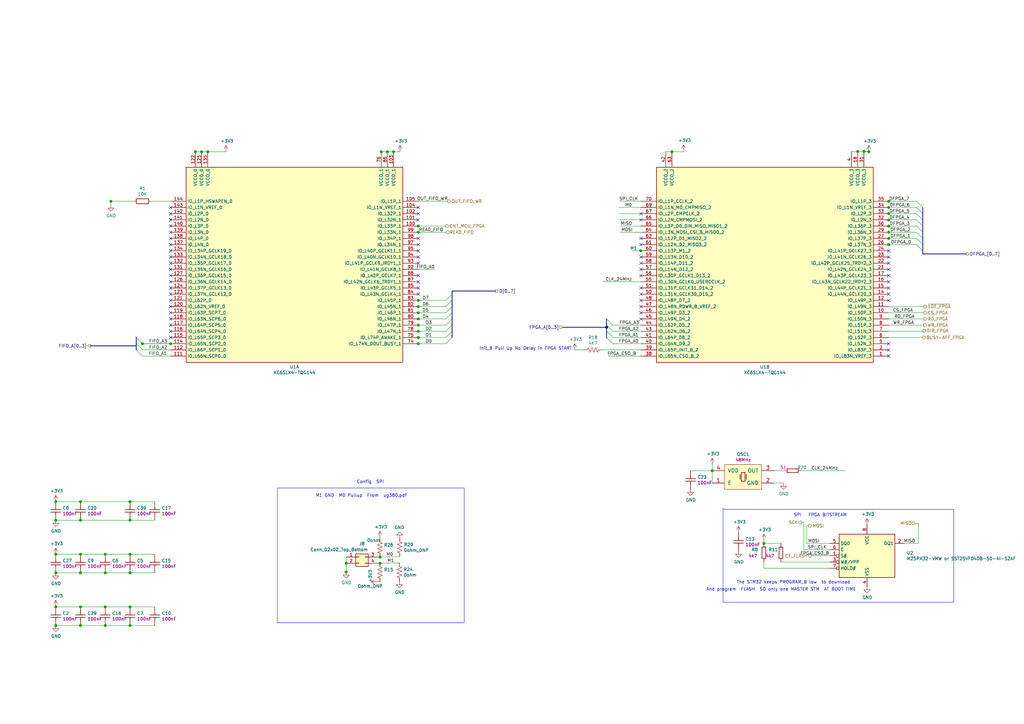
<source format=kicad_sch>
(kicad_sch (version 20200828) (generator eeschema)
  (page 5 7)
  (paper "A3")
  (junction (at 22.86 205.74) (diameter 1.016))
  (junction (at 22.86 213.36) (diameter 1.016))
  (junction (at 22.86 227.33) (diameter 1.016))
  (junction (at 22.86 234.95) (diameter 1.016))
  (junction (at 22.86 248.92) (diameter 1.016))
  (junction (at 22.86 256.54) (diameter 1.016))
  (junction (at 33.02 205.74) (diameter 1.016))
  (junction (at 33.02 213.36) (diameter 1.016))
  (junction (at 33.02 227.33) (diameter 1.016))
  (junction (at 33.02 234.95) (diameter 1.016))
  (junction (at 33.02 248.92) (diameter 1.016))
  (junction (at 33.02 256.54) (diameter 1.016))
  (junction (at 43.18 227.33) (diameter 1.016))
  (junction (at 43.18 234.95) (diameter 1.016))
  (junction (at 43.18 248.92) (diameter 1.016))
  (junction (at 43.18 256.54) (diameter 1.016))
  (junction (at 45.466 82.55) (diameter 1.016))
  (junction (at 53.34 205.74) (diameter 1.016))
  (junction (at 53.34 213.36) (diameter 1.016))
  (junction (at 53.34 227.33) (diameter 1.016))
  (junction (at 53.34 234.95) (diameter 1.016))
  (junction (at 53.34 248.92) (diameter 1.016))
  (junction (at 53.34 256.54) (diameter 1.016))
  (junction (at 58.42 140.97) (diameter 1.016))
  (junction (at 69.977 140.97) (diameter 1.016))
  (junction (at 80.137 62.23) (diameter 1.016))
  (junction (at 82.677 62.23) (diameter 1.016))
  (junction (at 85.217 62.23) (diameter 1.016))
  (junction (at 141.986 231.013) (diameter 1.016))
  (junction (at 141.986 234.569) (diameter 1.016))
  (junction (at 155.829 228.473) (diameter 1.016))
  (junction (at 155.829 231.013) (diameter 1.016))
  (junction (at 156.337 62.23) (diameter 1.016))
  (junction (at 158.877 62.23) (diameter 1.016))
  (junction (at 161.417 62.23) (diameter 1.016))
  (junction (at 171.577 92.71) (diameter 1.016))
  (junction (at 171.577 95.25) (diameter 1.016))
  (junction (at 171.577 123.19) (diameter 1.016))
  (junction (at 171.577 125.73) (diameter 1.016))
  (junction (at 171.577 128.27) (diameter 1.016))
  (junction (at 171.577 130.81) (diameter 1.016))
  (junction (at 171.577 133.35) (diameter 1.016))
  (junction (at 171.577 135.89) (diameter 1.016))
  (junction (at 171.577 138.43) (diameter 1.016))
  (junction (at 171.577 140.97) (diameter 1.016))
  (junction (at 262.763 102.87) (diameter 1.016))
  (junction (at 275.59 62.23) (diameter 1.016))
  (junction (at 292.1 193.04) (diameter 1.016))
  (junction (at 313.309 222.885) (diameter 1.016))
  (junction (at 351.79 62.103) (diameter 1.016))
  (junction (at 354.33 62.103) (diameter 1.016))
  (junction (at 356.362 62.23) (diameter 1.016))
  (junction (at 364.49 82.55) (diameter 1.016))
  (junction (at 364.49 85.09) (diameter 1.016))
  (junction (at 364.49 87.63) (diameter 1.016))
  (junction (at 364.49 90.17) (diameter 1.016))
  (junction (at 364.49 92.71) (diameter 1.016))
  (junction (at 364.49 95.25) (diameter 1.016))
  (junction (at 364.49 97.79) (diameter 1.016))
  (junction (at 364.49 100.33) (diameter 1.016))
  (junction (at 248.793 134.239) (diameter 1.016))
  (no_connect (at 69.977 85.09))
  (no_connect (at 69.977 87.63))
  (no_connect (at 69.977 90.17))
  (no_connect (at 69.977 92.71))
  (no_connect (at 69.977 95.25))
  (no_connect (at 69.977 97.79))
  (no_connect (at 69.977 100.33))
  (no_connect (at 69.977 102.87))
  (no_connect (at 69.977 105.41))
  (no_connect (at 69.977 107.95))
  (no_connect (at 69.977 110.49))
  (no_connect (at 69.977 113.03))
  (no_connect (at 262.89 87.63))
  (no_connect (at 262.89 90.17))
  (no_connect (at 262.89 97.79))
  (no_connect (at 262.89 100.33))
  (no_connect (at 262.89 105.41))
  (no_connect (at 262.89 107.95))
  (no_connect (at 262.89 110.49))
  (no_connect (at 262.89 118.11))
  (no_connect (at 262.89 120.65))
  (no_connect (at 262.89 123.19))
  (no_connect (at 262.89 125.73))
  (no_connect (at 262.89 128.27))
  (no_connect (at 262.89 130.81))
  (no_connect (at 364.49 102.87))
  (no_connect (at 364.49 105.41))
  (no_connect (at 364.49 107.95))
  (no_connect (at 364.49 110.49))
  (no_connect (at 364.49 113.03))
  (no_connect (at 364.49 115.57))
  (no_connect (at 364.49 118.11))
  (no_connect (at 364.49 120.65))
  (no_connect (at 364.49 123.19))
  (no_connect (at 364.49 140.97))
  (no_connect (at 364.49 146.05))
  (no_connect (at 171.45 90.17))
  (no_connect (at 171.577 87.63))
  (no_connect (at 69.977 115.57))
  (no_connect (at 69.977 118.11))
  (no_connect (at 69.977 120.65))
  (no_connect (at 69.977 123.19))
  (no_connect (at 69.977 125.73))
  (no_connect (at 69.977 128.27))
  (no_connect (at 69.977 130.81))
  (no_connect (at 69.977 133.35))
  (no_connect (at 69.977 135.89))
  (no_connect (at 69.977 138.43))
  (no_connect (at 171.577 85.09))
  (no_connect (at 171.577 97.79))
  (no_connect (at 171.577 100.33))
  (no_connect (at 171.577 102.87))
  (no_connect (at 171.577 105.41))
  (no_connect (at 171.577 107.95))
  (no_connect (at 171.577 113.03))
  (no_connect (at 171.577 115.57))
  (no_connect (at 171.577 118.11))
  (no_connect (at 171.577 120.65))
  (no_connect (at 262.89 113.03))
  (no_connect (at 364.49 143.51))
  (bus_entry (at 58.3946 140.9954) (size -2.54 -2.54) (stroke (width 0.1524)))
  (bus_entry (at 58.42 143.383) (size -2.54 -2.54) (stroke (width 0.1524)))
  (bus_entry (at 58.42 146.05) (size -2.54 -2.54) (stroke (width 0.1524)))
  (bus_entry (at 182.88 123.19) (size 2.54 -2.54) (stroke (width 0.1524)))
  (bus_entry (at 182.88 125.73) (size 2.54 -2.54) (stroke (width 0.1524)))
  (bus_entry (at 182.88 128.27) (size 2.54 -2.54) (stroke (width 0.1524)))
  (bus_entry (at 182.88 130.81) (size 2.54 -2.54) (stroke (width 0.1524)))
  (bus_entry (at 182.88 133.35) (size 2.54 -2.54) (stroke (width 0.1524)))
  (bus_entry (at 182.88 135.89) (size 2.54 -2.54) (stroke (width 0.1524)))
  (bus_entry (at 182.88 138.43) (size 2.54 -2.54) (stroke (width 0.1524)))
  (bus_entry (at 182.88 140.97) (size 2.54 -2.54) (stroke (width 0.1524)))
  (bus_entry (at 251.333 133.35) (size -2.54 -2.54) (stroke (width 0.1524)))
  (bus_entry (at 251.333 135.89) (size -2.54 -2.54) (stroke (width 0.1524)))
  (bus_entry (at 251.333 138.43) (size -2.54 -2.54) (stroke (width 0.1524)))
  (bus_entry (at 251.333 140.97) (size -2.54 -2.54) (stroke (width 0.1524)))
  (bus_entry (at 375.92 82.55) (size 2.54 2.54) (stroke (width 0.1524)))
  (bus_entry (at 375.92 85.09) (size 2.54 2.54) (stroke (width 0.1524)))
  (bus_entry (at 375.92 87.63) (size 2.54 2.54) (stroke (width 0.1524)))
  (bus_entry (at 375.92 90.17) (size 2.54 2.54) (stroke (width 0.1524)))
  (bus_entry (at 375.92 92.71) (size 2.54 2.54) (stroke (width 0.1524)))
  (bus_entry (at 375.92 95.25) (size 2.54 2.54) (stroke (width 0.1524)))
  (bus_entry (at 375.92 97.79) (size 2.54 2.54) (stroke (width 0.1524)))
  (bus_entry (at 375.92 100.33) (size 2.54 2.54) (stroke (width 0.1524)))
  (wire (pts (xy 22.86 248.793) (xy 22.86 248.92)))
  (wire (pts (xy 33.02 205.74) (xy 22.86 205.74)))
  (wire (pts (xy 33.02 205.74) (xy 53.34 205.74)))
  (wire (pts (xy 33.02 213.36) (xy 22.86 213.36)))
  (wire (pts (xy 33.02 213.36) (xy 53.34 213.36)))
  (wire (pts (xy 33.02 227.33) (xy 22.86 227.33)))
  (wire (pts (xy 33.02 234.95) (xy 22.86 234.95)))
  (wire (pts (xy 33.02 248.92) (xy 22.86 248.92)))
  (wire (pts (xy 33.02 256.54) (xy 22.86 256.54)))
  (wire (pts (xy 43.18 227.33) (xy 33.02 227.33)))
  (wire (pts (xy 43.18 234.95) (xy 33.02 234.95)))
  (wire (pts (xy 43.18 248.92) (xy 33.02 248.92)))
  (wire (pts (xy 43.18 256.54) (xy 33.02 256.54)))
  (wire (pts (xy 45.466 82.296) (xy 45.466 82.55)))
  (wire (pts (xy 45.466 82.55) (xy 45.466 84.074)))
  (wire (pts (xy 53.34 227.33) (xy 43.18 227.33)))
  (wire (pts (xy 53.34 234.95) (xy 43.18 234.95)))
  (wire (pts (xy 53.34 248.92) (xy 43.18 248.92)))
  (wire (pts (xy 53.34 256.54) (xy 43.18 256.54)))
  (wire (pts (xy 54.61 82.55) (xy 45.466 82.55)))
  (wire (pts (xy 58.3946 140.9954) (xy 69.977 140.97)))
  (wire (pts (xy 58.42 140.97) (xy 69.977 140.97)))
  (wire (pts (xy 58.42 143.51) (xy 58.42 143.383)))
  (wire (pts (xy 58.42 146.05) (xy 69.977 146.05)))
  (wire (pts (xy 62.23 82.55) (xy 69.977 82.55)))
  (wire (pts (xy 63.5 205.74) (xy 53.34 205.74)))
  (wire (pts (xy 63.5 213.36) (xy 53.34 213.36)))
  (wire (pts (xy 63.5 227.33) (xy 53.34 227.33)))
  (wire (pts (xy 63.5 234.95) (xy 53.34 234.95)))
  (wire (pts (xy 63.5 248.92) (xy 53.34 248.92)))
  (wire (pts (xy 63.5 256.54) (xy 53.34 256.54)))
  (wire (pts (xy 69.977 143.51) (xy 58.42 143.51)))
  (wire (pts (xy 80.01 62.23) (xy 80.137 62.23)))
  (wire (pts (xy 80.137 62.23) (xy 82.677 62.23)))
  (wire (pts (xy 82.677 62.23) (xy 85.217 62.23)))
  (wire (pts (xy 85.217 62.23) (xy 92.71 62.23)))
  (wire (pts (xy 141.478 234.569) (xy 141.478 234.823)))
  (wire (pts (xy 141.478 234.823) (xy 141.732 234.823)))
  (wire (pts (xy 141.986 228.473) (xy 141.986 231.013)))
  (wire (pts (xy 141.986 228.473) (xy 142.113 228.473)))
  (wire (pts (xy 141.986 231.013) (xy 141.986 234.569)))
  (wire (pts (xy 141.986 231.013) (xy 142.113 231.013)))
  (wire (pts (xy 141.986 234.569) (xy 141.478 234.569)))
  (wire (pts (xy 155.829 220.853) (xy 155.829 220.472)))
  (wire (pts (xy 155.829 228.473) (xy 154.813 228.473)))
  (wire (pts (xy 155.829 228.473) (xy 163.957 228.346)))
  (wire (pts (xy 155.829 231.013) (xy 154.813 231.013)))
  (wire (pts (xy 155.829 231.013) (xy 163.83 230.886)))
  (wire (pts (xy 155.829 238.633) (xy 154.813 238.633)))
  (wire (pts (xy 156.21 62.23) (xy 156.337 62.23)))
  (wire (pts (xy 156.337 62.23) (xy 158.877 62.23)))
  (wire (pts (xy 158.877 62.23) (xy 161.417 62.23)))
  (wire (pts (xy 161.417 62.23) (xy 161.544 62.23)))
  (wire (pts (xy 161.417 62.23) (xy 164.084 62.23)))
  (wire (pts (xy 171.45 90.17) (xy 171.577 90.17)))
  (wire (pts (xy 171.45 92.71) (xy 171.577 92.71)))
  (wire (pts (xy 171.45 95.25) (xy 171.577 95.25)))
  (wire (pts (xy 171.45 97.79) (xy 171.577 97.79)))
  (wire (pts (xy 171.45 100.33) (xy 171.577 100.33)))
  (wire (pts (xy 171.45 102.87) (xy 171.577 102.87)))
  (wire (pts (xy 171.45 123.19) (xy 171.577 123.19)))
  (wire (pts (xy 171.45 125.73) (xy 171.577 125.73)))
  (wire (pts (xy 171.45 128.27) (xy 171.577 128.27)))
  (wire (pts (xy 171.45 130.81) (xy 171.577 130.81)))
  (wire (pts (xy 171.45 133.35) (xy 171.577 133.35)))
  (wire (pts (xy 171.45 135.89) (xy 171.577 135.89)))
  (wire (pts (xy 171.45 138.43) (xy 171.577 138.43)))
  (wire (pts (xy 171.45 140.97) (xy 171.577 140.97)))
  (wire (pts (xy 171.577 82.55) (xy 183.642 82.55)))
  (wire (pts (xy 171.577 92.71) (xy 182.88 92.71)))
  (wire (pts (xy 171.577 95.25) (xy 182.88 95.25)))
  (wire (pts (xy 171.577 110.49) (xy 178.3588 110.49)))
  (wire (pts (xy 171.577 123.19) (xy 182.88 123.19)))
  (wire (pts (xy 171.577 125.73) (xy 182.88 125.73)))
  (wire (pts (xy 171.577 128.27) (xy 182.88 128.27)))
  (wire (pts (xy 171.577 130.81) (xy 182.88 130.81)))
  (wire (pts (xy 171.577 133.35) (xy 182.88 133.35)))
  (wire (pts (xy 171.577 135.89) (xy 182.88 135.89)))
  (wire (pts (xy 171.577 138.43) (xy 182.88 138.43)))
  (wire (pts (xy 171.577 140.97) (xy 182.88 140.97)))
  (wire (pts (xy 183.642 82.55) (xy 183.642 82.5246)))
  (wire (pts (xy 235.712 143.51) (xy 239.395 143.51)))
  (wire (pts (xy 247.015 143.51) (xy 262.89 143.51)))
  (wire (pts (xy 247.65 114.935) (xy 247.65 115.57)))
  (wire (pts (xy 249.555 145.923) (xy 249.555 146.05)))
  (wire (pts (xy 251.333 133.35) (xy 262.89 133.35)))
  (wire (pts (xy 251.333 135.89) (xy 262.89 135.89)))
  (wire (pts (xy 251.333 138.43) (xy 262.89 138.43)))
  (wire (pts (xy 251.333 140.97) (xy 262.89 140.97)))
  (wire (pts (xy 253.873 85.09) (xy 262.89 85.09)))
  (wire (pts (xy 254 87.63) (xy 262.89 87.63)))
  (wire (pts (xy 254 90.17) (xy 262.89 90.17)))
  (wire (pts (xy 254.127 82.55) (xy 262.89 82.55)))
  (wire (pts (xy 254.254 92.71) (xy 262.89 92.71)))
  (wire (pts (xy 254.508 95.25) (xy 262.89 95.25)))
  (wire (pts (xy 258.953 102.87) (xy 262.763 102.87)))
  (wire (pts (xy 262.763 102.87) (xy 262.89 102.87)))
  (wire (pts (xy 262.763 102.997) (xy 262.763 102.87)))
  (wire (pts (xy 262.89 115.57) (xy 247.65 115.57)))
  (wire (pts (xy 262.89 146.05) (xy 249.555 146.05)))
  (wire (pts (xy 273.05 62.23) (xy 275.59 62.23)))
  (wire (pts (xy 275.59 62.23) (xy 280.416 62.23)))
  (wire (pts (xy 280.416 62.23) (xy 280.416 61.976)))
  (wire (pts (xy 283.21 193.04) (xy 292.1 193.04)))
  (wire (pts (xy 292.1 190.5) (xy 292.1 193.04)))
  (wire (pts (xy 292.1 193.04) (xy 292.1 198.12)))
  (wire (pts (xy 313.309 221.615) (xy 313.309 222.885)))
  (wire (pts (xy 313.309 230.505) (xy 313.309 233.045)))
  (wire (pts (xy 313.309 233.045) (xy 340.36 233.045)))
  (wire (pts (xy 317.5 193.04) (xy 321.31 193.04)))
  (wire (pts (xy 320.294 222.885) (xy 313.309 222.885)))
  (wire (pts (xy 320.294 230.505) (xy 340.36 230.505)))
  (wire (pts (xy 321.31 198.12) (xy 317.5 198.12)))
  (wire (pts (xy 328.803 214.249) (xy 329.692 214.249)))
  (wire (pts (xy 328.93 193.04) (xy 346.71 193.04)))
  (wire (pts (xy 329.692 214.249) (xy 329.692 225.425)))
  (wire (pts (xy 329.692 225.425) (xy 340.36 225.425)))
  (wire (pts (xy 330.835 215.646) (xy 331.724 215.646)))
  (wire (pts (xy 330.835 222.885) (xy 330.835 215.646)))
  (wire (pts (xy 330.835 222.885) (xy 340.36 222.885)))
  (wire (pts (xy 332.74 227.965) (xy 340.36 227.965)))
  (wire (pts (xy 349.25 62.103) (xy 351.79 62.103)))
  (wire (pts (xy 349.25 62.23) (xy 349.25 62.103)))
  (wire (pts (xy 351.79 62.103) (xy 351.79 62.23)))
  (wire (pts (xy 351.79 62.103) (xy 354.33 62.103)))
  (wire (pts (xy 354.33 62.103) (xy 354.33 62.23)))
  (wire (pts (xy 354.33 62.103) (xy 356.362 62.103)))
  (wire (pts (xy 354.33 62.23) (xy 356.362 62.23)))
  (wire (pts (xy 356.362 62.103) (xy 356.362 62.23)))
  (wire (pts (xy 364.49 82.55) (xy 364.363 82.55)))
  (wire (pts (xy 364.49 85.09) (xy 364.363 85.09)))
  (wire (pts (xy 364.49 87.63) (xy 364.363 87.63)))
  (wire (pts (xy 364.49 90.17) (xy 364.363 90.17)))
  (wire (pts (xy 364.49 92.71) (xy 364.363 92.71)))
  (wire (pts (xy 364.49 95.25) (xy 364.363 95.25)))
  (wire (pts (xy 364.49 97.79) (xy 364.363 97.79)))
  (wire (pts (xy 364.49 100.33) (xy 364.363 100.33)))
  (wire (pts (xy 364.49 128.27) (xy 378.968 128.27)))
  (wire (pts (xy 364.49 130.81) (xy 378.968 130.81)))
  (wire (pts (xy 364.49 135.89) (xy 378.587 135.89)))
  (wire (pts (xy 364.49 138.43) (xy 378.46 138.43)))
  (wire (pts (xy 370.84 222.885) (xy 376.682 222.885)))
  (wire (pts (xy 375.412 214.63) (xy 376.682 214.63)))
  (wire (pts (xy 375.92 82.55) (xy 364.49 82.55)))
  (wire (pts (xy 375.92 85.09) (xy 364.49 85.09)))
  (wire (pts (xy 375.92 87.63) (xy 364.49 87.63)))
  (wire (pts (xy 375.92 90.17) (xy 364.49 90.17)))
  (wire (pts (xy 375.92 92.71) (xy 364.49 92.71)))
  (wire (pts (xy 375.92 95.25) (xy 364.49 95.25)))
  (wire (pts (xy 375.92 97.79) (xy 364.49 97.79)))
  (wire (pts (xy 375.92 100.33) (xy 364.49 100.33)))
  (wire (pts (xy 376.682 222.885) (xy 376.682 214.63)))
  (wire (pts (xy 378.587 135.89) (xy 378.587 135.636)))
  (wire (pts (xy 378.841 133.223) (xy 378.841 133.35)))
  (wire (pts (xy 378.841 133.35) (xy 364.49 133.35)))
  (wire (pts (xy 378.968 125.73) (xy 364.49 125.73)))
  (bus (pts (xy 37.1602 141.8336) (xy 37.7444 141.8336)))
  (bus (pts (xy 37.7952 141.8336) (xy 55.8546 141.8336)))
  (bus (pts (xy 55.8546 138.2268) (xy 55.88 138.2268)))
  (bus (pts (xy 55.8546 141.8336) (xy 55.8546 141.986)))
  (bus (pts (xy 55.88 140.843) (xy 55.88 138.2268)))
  (bus (pts (xy 55.88 143.51) (xy 55.88 140.843)))
  (bus (pts (xy 185.42 119.38) (xy 203.2 119.38)))
  (bus (pts (xy 185.42 120.65) (xy 185.42 119.38)))
  (bus (pts (xy 185.42 123.19) (xy 185.42 120.65)))
  (bus (pts (xy 185.42 125.73) (xy 185.42 123.19)))
  (bus (pts (xy 185.42 128.27) (xy 185.42 125.73)))
  (bus (pts (xy 185.42 130.81) (xy 185.42 128.27)))
  (bus (pts (xy 185.42 133.35) (xy 185.42 130.81)))
  (bus (pts (xy 185.42 135.89) (xy 185.42 133.35)))
  (bus (pts (xy 185.42 138.43) (xy 185.42 135.89)))
  (bus (pts (xy 248.793 130.81) (xy 248.793 133.35)))
  (bus (pts (xy 248.793 133.35) (xy 248.793 134.239)))
  (bus (pts (xy 248.793 134.239) (xy 230.759 134.239)))
  (bus (pts (xy 248.793 134.239) (xy 248.793 135.89)))
  (bus (pts (xy 248.793 135.89) (xy 248.793 138.43)))
  (bus (pts (xy 248.793 138.43) (xy 248.793 138.684)))
  (bus (pts (xy 378.46 85.09) (xy 378.46 87.63)))
  (bus (pts (xy 378.46 87.63) (xy 378.46 90.17)))
  (bus (pts (xy 378.46 90.17) (xy 378.46 92.71)))
  (bus (pts (xy 378.46 92.71) (xy 378.46 95.25)))
  (bus (pts (xy 378.46 95.25) (xy 378.46 97.79)))
  (bus (pts (xy 378.46 97.79) (xy 378.46 100.33)))
  (bus (pts (xy 378.46 100.33) (xy 378.46 102.87)))
  (bus (pts (xy 378.46 102.87) (xy 378.46 104.14)))
  (bus (pts (xy 378.46 104.14) (xy 396.24 104.14)))
  (polyline (pts (xy 113.792 200.152) (xy 113.792 200.66)) (stroke (width 0) (type solid)))
  (polyline (pts (xy 113.792 200.787) (xy 113.792 255.397)) (stroke (width 0) (type solid)))
  (polyline (pts (xy 113.792 255.397) (xy 190.373 255.397)) (stroke (width 0) (type solid)))
  (polyline (pts (xy 190.373 200.152) (xy 113.792 200.152)) (stroke (width 0) (type solid)))
  (polyline (pts (xy 190.373 255.397) (xy 190.373 200.152)) (stroke (width 0) (type solid)))
  (polyline (pts (xy 296.545 208.28) (xy 296.545 247.015)) (stroke (width 0) (type solid)))
  (polyline (pts (xy 296.545 208.915) (xy 391.16 208.915)) (stroke (width 0) (type solid)))
  (polyline (pts (xy 296.545 247.015) (xy 391.16 247.015)) (stroke (width 0) (type solid)))
  (polyline (pts (xy 391.16 247.015) (xy 391.16 208.915)) (stroke (width 0) (type solid)))
  (image (at 503.174 106.426))
  (text "Config  SPI " (at 158.496 198.501 180) (effects (font (size 1.27 1.27)) (justify right bottom)))
  (text "M1 GND  M0 Pullup  From  ug380.pdf" (at 166.878 204.089 180) (effects (font (size 1.27 1.27)) (justify right bottom)))
  (text "Init_B Pull Up No Delay in FPGA START" (at 234.696 143.764 180) (effects (font (size 1.27 1.27)) (justify right bottom)))
  (text "SPI   FPGA BITSTREAM\n" (at 347.345 212.09 180) (effects (font (size 1.27 1.27)) (justify right bottom)))
  (text "The STM32 keeps PROGRAM_B low  to download " (at 349.758 239.649 180) (effects (font (size 1.27 1.27)) (justify right bottom)))
  (text "And program  FLASH  SO only one MASTER STM  AT BOOT TIME" (at 351.155 242.57 0) (effects (font (size 1.27 1.27)) (justify right bottom)))
  (label "FIFO_A1" (at 60.9346 146.05 0))
  (label "FIFO_A3" (at 61.087 140.97 0))
  (label "FIFO_A2" (at 61.087 143.51 0))
  (label "M0" (at 161.2886 228.3877 180))
  (label "M1" (at 161.6695 230.9203 180))
  (label "D7" (at 175.895 123.19 180))
  (label "D6" (at 175.895 125.73 180))
  (label "D5" (at 175.895 128.27 180))
  (label "D4" (at 175.895 130.81 180))
  (label "D3" (at 177.165 133.35 180))
  (label "D2" (at 177.165 135.89 180))
  (label "D1" (at 177.165 138.43 180))
  (label "D0" (at 177.165 140.97 180))
  (label "FIFO_A0" (at 178.308 110.49 180))
  (label "READ_FIFO" (at 181.864 95.25 180))
  (label "OUT_FIFO_WR" (at 183.642 82.5246 180))
  (label "CLK_24MHz" (at 248.285 115.57 0))
  (label "FPGA_A2" (at 253.746 135.89 0))
  (label "FPGA_A1" (at 253.746 138.43 0))
  (label "FPGA_A0" (at 253.746 140.97 0))
  (label "FPGA_A3" (at 254 133.35 0))
  (label "M0" (at 259.207 85.09 180))
  (label "MISO" (at 259.2832 92.71 180))
  (label "MOSI" (at 259.5372 95.25 180))
  (label "FPGA_CSO_B" (at 260.985 146.05 180))
  (label "M1" (at 261.2898 102.87 180))
  (label "SPI_CLK" (at 261.747 82.55 180))
  (label "CLK_24MHz" (at 332.74 193.04 0))
  (label "MOSI" (at 336.169 222.885 180))
  (label "SPI_CLK" (at 339.09 225.425 180))
  (label "FPGA_CSO_B" (at 340.106 227.965 180))
  (label "DFPGA_7" (at 372.999 82.55 180))
  (label "DFPGA_5" (at 373.126 87.63 180))
  (label "DFPGA_4" (at 373.126 90.17 180))
  (label "DFPGA_6" (at 373.253 85.09 180))
  (label "DFPGA_3" (at 373.253 92.71 180))
  (label "DFPGA_2" (at 373.507 95.25 180))
  (label "DFPGA_1" (at 373.507 97.79 180))
  (label "DFPGA_0" (at 373.761 100.33 180))
  (label "CS_FPGA" (at 374.523 128.27 180))
  (label "WR_FPGA" (at 374.904 133.35 180))
  (label "RD_FPGA" (at 375.158 130.81 180))
  (label "MISO" (at 375.412 222.885 180))
  (hierarchical_label "FIFO_A[0..3]" (shape output) (at 37.1348 141.8336 180))
  (hierarchical_label "CNT_MCU_FPGA" (shape output) (at 182.88 92.71 0))
  (hierarchical_label "READ_FIFO" (shape input) (at 182.88 95.25 0))
  (hierarchical_label "OUT_FIFO_WR" (shape output) (at 183.642 82.5246 0))
  (hierarchical_label "D[0..7]" (shape output) (at 203.2 119.38 0))
  (hierarchical_label "FPGA_A[0..3]" (shape input) (at 230.759 134.239 180))
  (hierarchical_label "SCK" (shape output) (at 328.803 214.249 180))
  (hierarchical_label "MOSI" (shape output) (at 331.724 215.646 0))
  (hierarchical_label "CE_FLASH" (shape output) (at 332.74 227.965 180))
  (hierarchical_label "MISO" (shape input) (at 375.412 214.63 180))
  (hierarchical_label "BUSY-AFF_FPGA" (shape output) (at 378.46 138.43 0))
  (hierarchical_label "DIR_FPGA" (shape output) (at 378.587 135.636 0))
  (hierarchical_label "WR_FPGA" (shape output) (at 378.841 133.35 0))
  (hierarchical_label "~1OE_FPGA~" (shape output) (at 378.968 125.73 0))
  (hierarchical_label "CS_FPGA" (shape output) (at 378.968 128.27 0))
  (hierarchical_label "RD_FPGA" (shape output) (at 378.968 130.81 0))
  (hierarchical_label "DFPGA_[0..7]" (shape output) (at 396.24 104.14 0))
  (symbol (lib_id "LCD_Board-rescue:+3V3-power") (at 22.86 205.74 0) (unit 1)
    (property "Reference" "#PWR025" (effects hide))
    (property "Value" "+3V3" (at 23.241 201.3458 0))
  )
  (symbol (lib_id "LCD_Board-rescue:+3V3-power") (at 22.86 227.33 0) (unit 1)
    (property "Reference" "#PWR027" (effects hide))
    (property "Value" "+3V3" (at 23.241 222.9358 0))
  )
  (symbol (lib_id "LCD_Board-rescue:+3V3-power") (at 22.86 248.793 0) (unit 1)
    (property "Reference" "#PWR029" (effects hide))
    (property "Value" "+3V3" (at 23.241 244.3988 0))
  )
  (symbol (lib_id "LCD_Board-rescue:+3V3-power") (at 92.71 62.23 0) (unit 1)
    (property "Reference" "#PWR032" (effects hide))
    (property "Value" "+3V3" (at 93.091 57.8358 0))
  )
  (symbol (lib_id "LCD_Board-rescue:+3V3-power") (at 154.813 238.633 90) (unit 1)
    (property "Reference" "#PWR0104" (effects hide))
    (property "Value" "+3V3" (at 151.892 236.22 0))
  )
  (symbol (lib_id "LCD_Board-rescue:+3V3-power") (at 155.829 220.472 0) (unit 1)
    (property "Reference" "#PWR0105" (effects hide))
    (property "Value" "+3V3" (at 156.21 216.0778 0))
  )
  (symbol (lib_id "LCD_Board-rescue:+3V3-power") (at 164.084 62.23 0) (unit 1)
    (property "Reference" "#PWR033" (effects hide))
    (property "Value" "+3V3" (at 164.465 57.8358 0))
  )
  (symbol (lib_id "LCD_Board-rescue:+3V3-power") (at 235.712 143.51 0) (unit 1)
    (property "Reference" "#PWR0111" (effects hide))
    (property "Value" "+3V3" (at 236.093 139.1158 0))
  )
  (symbol (lib_id "LCD_Board-rescue:+3V3-power") (at 280.416 61.976 0) (unit 1)
    (property "Reference" "#PWR039" (effects hide))
    (property "Value" "+3V3" (at 280.797 57.5818 0))
  )
  (symbol (lib_id "LCD_Board-rescue:+3V3-power") (at 292.1 190.5 0) (unit 1)
    (property "Reference" "#PWR041" (effects hide))
    (property "Value" "+3V3" (at 292.481 186.1058 0))
  )
  (symbol (lib_id "LCD_Board-rescue:+3V3-power") (at 302.895 218.44 0) (unit 1)
    (property "Reference" "#PWR042" (effects hide))
    (property "Value" "+3V3" (at 303.276 214.0458 0))
  )
  (symbol (lib_id "LCD_Board-rescue:+3V3-power") (at 313.309 221.615 0) (unit 1)
    (property "Reference" "#PWR044" (effects hide))
    (property "Value" "+3V3" (at 313.69 217.2208 0))
  )
  (symbol (lib_id "LCD_Board-rescue:+3V3-power") (at 355.6 215.265 0) (unit 1)
    (property "Reference" "#PWR046" (effects hide))
    (property "Value" "+3V3" (at 355.981 210.8708 0))
  )
  (symbol (lib_id "LCD_Board-rescue:+3V3-power") (at 356.362 62.23 0) (unit 1)
    (property "Reference" "#PWR048" (effects hide))
    (property "Value" "+3V3" (at 356.743 57.8358 0))
  )
  (symbol (lib_id "LCD_Board-rescue:GND-power") (at 22.86 213.36 0) (unit 1)
    (property "Reference" "#PWR026" (effects hide))
    (property "Value" "GND" (at 22.987 217.7542 0))
  )
  (symbol (lib_id "LCD_Board-rescue:GND-power") (at 22.86 234.95 0) (unit 1)
    (property "Reference" "#PWR028" (effects hide))
    (property "Value" "GND" (at 22.987 239.3442 0))
  )
  (symbol (lib_id "LCD_Board-rescue:GND-power") (at 22.86 256.54 0) (unit 1)
    (property "Reference" "#PWR030" (effects hide))
    (property "Value" "GND" (at 22.987 260.9342 0))
  )
  (symbol (lib_id "LCD_Board-rescue:GND-power") (at 45.466 84.074 0) (unit 1)
    (property "Reference" "#PWR031" (effects hide))
    (property "Value" "GND" (at 45.593 88.4682 0))
  )
  (symbol (lib_id "LCD_Board-rescue:GND-power") (at 141.986 234.569 0) (unit 1)
    (property "Reference" "#PWR0103" (effects hide))
    (property "Value" "GND" (at 142.113 238.9632 0))
  )
  (symbol (lib_id "LCD_Board-rescue:GND-power") (at 163.83 238.506 0) (unit 1)
    (property "Reference" "#PWR0109" (effects hide))
    (property "Value" "GND" (at 163.957 242.9002 0))
  )
  (symbol (lib_id "LCD_Board-rescue:GND-power") (at 163.957 220.726 180) (unit 1)
    (property "Reference" "#PWR0110" (effects hide))
    (property "Value" "GND" (at 163.83 216.3318 0))
  )
  (symbol (lib_id "LCD_Board-rescue:GND-power") (at 283.21 200.66 0) (unit 1)
    (property "Reference" "#PWR040" (effects hide))
    (property "Value" "GND" (at 283.337 205.0542 0))
  )
  (symbol (lib_id "LCD_Board-rescue:GND-power") (at 302.895 226.06 0) (unit 1)
    (property "Reference" "#PWR043" (effects hide))
    (property "Value" "GND" (at 303.022 230.4542 0))
  )
  (symbol (lib_id "LCD_Board-rescue:GND-power") (at 321.31 198.12 0) (unit 1)
    (property "Reference" "#PWR045" (effects hide))
    (property "Value" "GND" (at 321.437 202.5142 0))
  )
  (symbol (lib_id "LCD_Board-rescue:GND-power") (at 355.6 240.665 0) (unit 1)
    (property "Reference" "#PWR047" (effects hide))
    (property "Value" "GND" (at 355.727 245.0592 0))
  )
  (symbol (lib_id "LCD_Board-rescue:R0402_4K7_1%_0.0625W_100PPM-Resistors_SMD") (at 313.309 222.885 270) (unit 1)
    (property "Reference" "R8" (at 308.229 225.425 90) (effects (justify left)))
    (property "Value" "R0402_4K7_1%_0.0625W_100PPM" (effects hide))
    (property "Footprint" "Resistor_SMD:R_0603_1608Metric_Pad0.99x1.00mm_HandSolder" (effects hide))
    (property "Datasheet" " " (effects hide))
    (property "Val" "4k7" (at 306.959 227.965 90) (effects (justify left)))
    (property "Part Number" "R0402_4K7_1%_0.0625W_100PPM" (effects hide))
    (property "Library Ref" "Resistor - 1%" (effects hide))
    (property "Library Path" "SchLib\\Resistors.SchLib" (effects hide))
    (property "Comment" "4k7" (effects hide))
    (property "Component Kind" "Standard" (effects hide))
    (property "Component Type" "Standard" (effects hide))
    (property "PackageDescription" " " (effects hide))
    (property "Pin Count" "2" (effects hide))
    (property "Footprint Path" "PcbLib\\Resistors SMD.PcbLib" (effects hide))
    (property "Footprint Ref" "RESC1005X40N" (effects hide))
    (property "Status" "Not Recommended" (effects hide))
    (property "Power" "0.0625W" (effects hide))
    (property "Voltage" " " (effects hide))
    (property "Part Description" "General Purpose Thick Film Chip Resistor" (effects hide))
    (property "Manufacturer" "GENERIC" (effects hide))
    (property "Manufacturer Part Number" "R0402_4K7_1%_0.0625W_100PPM" (effects hide))
    (property "Case" "0402" (effects hide))
    (property "PressFit" "No" (effects hide))
    (property "Mounted" "Yes" (effects hide))
    (property "Sense Comment" " " (effects hide))
    (property "Sense" "No" (effects hide))
    (property "Status Comment" " " (effects hide))
    (property "Socket" "No" (effects hide))
    (property "SMD" "Yes" (effects hide))
    (property "ComponentHeight" " " (effects hide))
    (property "Manufacturer1 Example" "YAGEO PHYCOMP" (effects hide))
    (property "Manufacturer1 Part Number" "232270674702L" (effects hide))
    (property "Manufacturer1 ComponentHeight" "0.4mm" (effects hide))
    (property "Author" "CERN DEM JLC" (effects hide))
    (property "CreateDate" "12/03/07 00:00:00" (effects hide))
    (property "LatestRevisionDate" "10/17/12 00:00:00" (effects hide))
    (property "Database Table Name" "Resistors SMD" (effects hide))
    (property "Library Name" "Resistors.DbLib" (effects hide))
    (property "Footprint Library" "Resistors SMD" (effects hide))
  )
  (symbol (lib_id "LCD_Board-rescue:R0402_4K7_1%_0.0625W_100PPM-Resistors_SMD") (at 320.294 222.885 270) (unit 1)
    (property "Reference" "R11" (at 315.214 225.425 90) (effects (justify left)))
    (property "Value" "R0402_4K7_1%_0.0625W_100PPM" (effects hide))
    (property "Footprint" "Resistor_SMD:R_0603_1608Metric_Pad0.99x1.00mm_HandSolder" (effects hide))
    (property "Datasheet" " " (effects hide))
    (property "Val" "4k7" (at 313.944 227.965 90) (effects (justify left)))
    (property "Part Number" "R0402_4K7_1%_0.0625W_100PPM" (effects hide))
    (property "Library Ref" "Resistor - 1%" (effects hide))
    (property "Library Path" "SchLib\\Resistors.SchLib" (effects hide))
    (property "Comment" "4k7" (effects hide))
    (property "Component Kind" "Standard" (effects hide))
    (property "Component Type" "Standard" (effects hide))
    (property "PackageDescription" " " (effects hide))
    (property "Pin Count" "2" (effects hide))
    (property "Footprint Path" "PcbLib\\Resistors SMD.PcbLib" (effects hide))
    (property "Footprint Ref" "RESC1005X40N" (effects hide))
    (property "Status" "Not Recommended" (effects hide))
    (property "Power" "0.0625W" (effects hide))
    (property "TC" "±100ppm/°C" (effects hide))
    (property "Voltage" " " (effects hide))
    (property "Tolerance" "±1%" (effects hide))
    (property "Part Description" "General Purpose Thick Film Chip Resistor" (effects hide))
    (property "Manufacturer" "GENERIC" (effects hide))
    (property "Manufacturer Part Number" "R0402_4K7_1%_0.0625W_100PPM" (effects hide))
    (property "Case" "0402" (effects hide))
    (property "PressFit" "No" (effects hide))
    (property "Mounted" "Yes" (effects hide))
    (property "Sense Comment" " " (effects hide))
    (property "Sense" "No" (effects hide))
    (property "Status Comment" " " (effects hide))
    (property "Socket" "No" (effects hide))
    (property "SMD" "Yes" (effects hide))
    (property "ComponentHeight" " " (effects hide))
    (property "Manufacturer1 Example" "YAGEO PHYCOMP" (effects hide))
    (property "Manufacturer1 Part Number" "232270674702L" (effects hide))
    (property "Manufacturer1 ComponentHeight" "0.4mm" (effects hide))
    (property "Author" "CERN DEM JLC" (effects hide))
    (property "CreateDate" "12/03/07 00:00:00" (effects hide))
    (property "LatestRevisionDate" "10/17/12 00:00:00" (effects hide))
    (property "Database Table Name" "Resistors SMD" (effects hide))
    (property "Library Name" "Resistors.DbLib" (effects hide))
    (property "Footprint Library" "Resistors SMD" (effects hide))
    (property "License" "This work is licensed under the Creative Commons CC-BY-SA 4.0 License. To the extent that circuit schematics that use Licensed Material can be considered to be ‘Adapted Material’, then the copyright holder waives article 3.b of the license with respect to these schematics." (effects hide))
  )
  (symbol (lib_id "LCD_Board-rescue:R0402_51R_1%_0.0625W_100PPM-Resistors_SMD") (at 321.31 193.04 0) (unit 1)
    (property "Reference" "R20" (at 328.93 191.77 0))
    (property "Value" "R0402_51R_1%_0.0625W_100PPM" (effects hide))
    (property "Footprint" "Resistor_SMD:R_0603_1608Metric_Pad0.99x1.00mm_HandSolder" (effects hide))
    (property "Datasheet" " " (effects hide))
    (property "Val" "51" (at 321.31 191.77 0))
    (property "Part Number" "R0402_51R_1%_0.0625W_100PPM" (effects hide))
    (property "Library Ref" "Resistor - 1%" (effects hide))
    (property "Library Path" "SchLib\\Resistors.SchLib" (effects hide))
    (property "Comment" "51" (effects hide))
    (property "Component Kind" "Standard" (effects hide))
    (property "Component Type" "Standard" (effects hide))
    (property "PackageDescription" " " (effects hide))
    (property "Pin Count" "2" (effects hide))
    (property "Footprint Path" "PcbLib\\Resistors SMD.PcbLib" (effects hide))
    (property "Footprint Ref" "RESC1005X40N" (effects hide))
    (property "Status" "Not Recommended" (effects hide))
    (property "Power" "0.0625W" (effects hide))
    (property "TC" "±100ppm/°C" (effects hide))
    (property "Voltage" " " (effects hide))
    (property "Tolerance" "±1%" (effects hide))
    (property "Part Description" "General Purpose Thick Film Chip Resistor" (effects hide))
    (property "Manufacturer" "GENERIC" (effects hide))
    (property "Manufacturer Part Number" "R0402_51R_1%_0.0625W_100PPM" (effects hide))
    (property "Case" "0402" (effects hide))
    (property "PressFit" "No" (effects hide))
    (property "Mounted" "Yes" (effects hide))
    (property "Sense Comment" " " (effects hide))
    (property "Sense" "No" (effects hide))
    (property "Status Comment" " " (effects hide))
    (property "Socket" "No" (effects hide))
    (property "SMD" "Yes" (effects hide))
    (property "ComponentHeight" " " (effects hide))
    (property "Manufacturer1 Example" "YAGEO PHYCOMP" (effects hide))
    (property "Manufacturer1 Part Number" "232270675109L" (effects hide))
    (property "Manufacturer1 ComponentHeight" "0.4mm" (effects hide))
    (property "Author" "CERN DEM JLC" (effects hide))
    (property "CreateDate" "12/03/07 00:00:00" (effects hide))
    (property "LatestRevisionDate" "10/17/12 00:00:00" (effects hide))
    (property "Database Table Name" "Resistors" (effects hide))
    (property "Library Name" "Resistors SMD" (effects hide))
    (property "Footprint Library" "Resistors SMD" (effects hide))
    (property "License" "This work is licensed under the Creative Commons CC-BY-SA 4.0 License. To the extent that circuit schematics that use Licensed Material can be considered to be ‘Adapted Material’, then the copyright holder waives article 3.b of the license with respect to these schematics." (effects hide))
  )
  (symbol (lib_id "Device:R_US") (at 155.829 224.663 0) (unit 1)
    (property "Reference" "R26" (at 157.4801 223.5136 0) (effects (justify left)))
    (property "Value" "0ohm" (at 150.495 221.615 0) (effects (justify left)))
    (property "Footprint" "Resistor_SMD:R_0603_1608Metric_Pad0.99x1.00mm_HandSolder" (effects hide))
  )
  (symbol (lib_id "Device:R_US") (at 155.829 234.823 0) (unit 1)
    (property "Reference" "R15" (at 157.4801 233.6736 0) (effects (justify left)))
    (property "Value" "0ohm_DNP" (at 146.685 240.411 0) (effects (justify left)))
    (property "Footprint" "Resistor_SMD:R_0603_1608Metric_Pad0.99x1.00mm_HandSolder" (effects hide))
  )
  (symbol (lib_id "Device:R_US") (at 163.83 234.696 0) (unit 1)
    (property "Reference" "R24" (at 165.4811 233.5466 0) (effects (justify left)))
    (property "Value" "0ohm" (at 165.481 235.845 0) (effects (justify left)))
    (property "Footprint" "Resistor_SMD:R_0603_1608Metric_Pad0.99x1.00mm_HandSolder" (effects hide))
  )
  (symbol (lib_id "Device:R_US") (at 163.957 224.536 0) (unit 1)
    (property "Reference" "R29" (at 165.6081 223.3866 0) (effects (justify left)))
    (property "Value" "0ohm_DNP" (at 165.608 225.685 0) (effects (justify left)))
    (property "Footprint" "Resistor_SMD:R_0603_1608Metric_Pad0.99x1.00mm_HandSolder" (effects hide))
  )
  (symbol (lib_id "Device:R_US") (at 243.205 143.51 90) (unit 1)
    (property "Reference" "R18" (at 243.205 138.4108 90))
    (property "Value" "4K7" (at 243.205 140.7095 90))
    (property "Footprint" "Resistor_SMD:R_0603_1608Metric_Pad0.99x1.00mm_HandSolder" (effects hide))
  )
  (symbol (lib_id "Device:R") (at 58.42 82.55 90) (unit 1)
    (property "Reference" "R1" (at 58.42 77.3238 90))
    (property "Value" "10K" (at 58.42 79.622 90))
    (property "Footprint" "Resistor_SMD:R_0603_1608Metric_Pad0.99x1.00mm_HandSolder" (effects hide))
  )
  (symbol (lib_id "LCD_Board-rescue:CC0201_100NF_6.3V_10%_X5R-Capacitors_SMD") (at 22.86 205.74 270) (unit 1)
    (property "Reference" "C8" (at 25.654 208.3816 90) (effects (justify left)))
    (property "Value" "CC0201_100NF_6.3V_10%_X5R" (effects hide))
    (property "Footprint" "Capacitor_SMD:C_0603_1608Metric_Pad0.99x1.00mm_HandSolder" (effects hide))
    (property "Datasheet" " " (effects hide))
    (property "Val" "100nF" (at 25.654 210.693 90) (effects (justify left)))
    (property "Part Number" "CC0201_100NF_6.3V_10%_X5R" (effects hide))
    (property "Library Ref" "Capacitor - non polarized" (effects hide))
    (property "Library Path" "SchLib\\Capacitors.SchLib" (effects hide))
    (property "Comment" "100nF" (effects hide))
    (property "Component Kind" "Standard" (effects hide))
    (property "Component Type" "Standard" (effects hide))
    (property "Pin Count" "2" (effects hide))
    (property "Footprint Path" "PcbLib\\Capacitors SMD.PcbLib" (effects hide))
    (property "Footprint Ref" "CAPC0603X33N" (effects hide))
    (property "PackageDescription" " " (effects hide))
    (property "Status" "Not Recommended" (effects hide))
    (property "Status Comment" " " (effects hide))
    (property "Voltage" "6.3V" (effects hide))
    (property "TC" "X5R" (effects hide))
    (property "Tolerance" "±10%" (effects hide))
    (property "Part Description" "SMD Multilayer Chip Ceramic Capacitor" (effects hide))
    (property "Manufacturer" "GENERIC" (effects hide))
    (property "Manufacturer Part Number" "CC0201_100NF_6.3V_10%_X5R" (effects hide))
    (property "Case" "0201" (effects hide))
    (property "Mounted" "Yes" (effects hide))
    (property "Socket" "No" (effects hide))
    (property "SMD" "Yes" (effects hide))
    (property "PressFit" " " (effects hide))
    (property "Sense" "No" (effects hide))
    (property "Sense Comment" " " (effects hide))
    (property "ComponentHeight" " " (effects hide))
    (property "Manufacturer1 Example" "AVX" (effects hide))
    (property "Manufacturer1 Part Number" "02016D104KAT2A" (effects hide))
    (property "Manufacturer1 ComponentHeight" "0.33mm" (effects hide))
    (property "Author" "CERN DEM JLC" (effects hide))
    (property "CreateDate" "12/03/07 00:00:00" (effects hide))
    (property "LatestRevisionDate" "12/03/07 00:00:00" (effects hide))
    (property "Database Table Name" "Capacitors SMD" (effects hide))
    (property "Library Name" "Capacitors.DbLib" (effects hide))
    (property "Footprint Library" "Capacitors SMD" (effects hide))
    (property "License" "This work is licensed under the Creative Commons CC-BY-SA 4.0 License. To the extent that circuit schematics that use Licensed Material can be considered to be ‘Adapted Material’, then the copyright holder waives article 3.b of the license with respect to these schematics." (effects hide))
  )
  (symbol (lib_id "LCD_Board-rescue:CC0201_100NF_6.3V_10%_X5R-Capacitors_SMD") (at 22.86 227.33 270) (unit 1)
    (property "Reference" "C27" (at 25.654 229.9716 90) (effects (justify left)))
    (property "Value" "CC0201_100NF_6.3V_10%_X5R" (effects hide))
    (property "Footprint" "Capacitor_SMD:C_0603_1608Metric_Pad0.99x1.00mm_HandSolder" (effects hide))
    (property "Datasheet" " " (effects hide))
    (property "Val" "100nF" (at 25.654 232.283 90) (effects (justify left)))
    (property "Part Number" "CC0201_100NF_6.3V_10%_X5R" (effects hide))
    (property "Library Ref" "Capacitor - non polarized" (effects hide))
    (property "Library Path" "SchLib\\Capacitors.SchLib" (effects hide))
    (property "Comment" "100nF" (effects hide))
    (property "Component Kind" "Standard" (effects hide))
    (property "Component Type" "Standard" (effects hide))
    (property "Pin Count" "2" (effects hide))
    (property "Footprint Path" "PcbLib\\Capacitors SMD.PcbLib" (effects hide))
    (property "Footprint Ref" "CAPC0603X33N" (effects hide))
    (property "PackageDescription" " " (effects hide))
    (property "Status" "Not Recommended" (effects hide))
    (property "Status Comment" " " (effects hide))
    (property "Voltage" "6.3V" (effects hide))
    (property "TC" "X5R" (effects hide))
    (property "Tolerance" "±10%" (effects hide))
    (property "Part Description" "SMD Multilayer Chip Ceramic Capacitor" (effects hide))
    (property "Manufacturer" "GENERIC" (effects hide))
    (property "Manufacturer Part Number" "CC0201_100NF_6.3V_10%_X5R" (effects hide))
    (property "Case" "0201" (effects hide))
    (property "Mounted" "Yes" (effects hide))
    (property "Socket" "No" (effects hide))
    (property "SMD" "Yes" (effects hide))
    (property "PressFit" " " (effects hide))
    (property "Sense" "No" (effects hide))
    (property "Sense Comment" " " (effects hide))
    (property "ComponentHeight" " " (effects hide))
    (property "Manufacturer1 Example" "AVX" (effects hide))
    (property "Manufacturer1 Part Number" "02016D104KAT2A" (effects hide))
    (property "Manufacturer1 ComponentHeight" "0.33mm" (effects hide))
    (property "Author" "CERN DEM JLC" (effects hide))
    (property "CreateDate" "12/03/07 00:00:00" (effects hide))
    (property "LatestRevisionDate" "12/03/07 00:00:00" (effects hide))
    (property "Database Table Name" "Capacitors SMD" (effects hide))
    (property "Library Name" "Capacitors.DbLib" (effects hide))
    (property "Footprint Library" "Capacitors SMD" (effects hide))
    (property "License" "This work is licensed under the Creative Commons CC-BY-SA 4.0 License. To the extent that circuit schematics that use Licensed Material can be considered to be ‘Adapted Material’, then the copyright holder waives article 3.b of the license with respect to these schematics." (effects hide))
  )
  (symbol (lib_id "LCD_Board-rescue:CC0201_100NF_6.3V_10%_X5R-Capacitors_SMD") (at 22.86 248.92 270) (unit 1)
    (property "Reference" "C2" (at 25.654 251.5616 90) (effects (justify left)))
    (property "Value" "CC0201_100NF_6.3V_10%_X5R" (effects hide))
    (property "Footprint" "Capacitor_SMD:C_0603_1608Metric_Pad0.99x1.00mm_HandSolder" (effects hide))
    (property "Datasheet" " " (effects hide))
    (property "Val" "100nF" (at 25.654 253.873 90) (effects (justify left)))
    (property "Part Number" "CC0201_100NF_6.3V_10%_X5R" (effects hide))
    (property "Library Ref" "Capacitor - non polarized" (effects hide))
    (property "Library Path" "SchLib\\Capacitors.SchLib" (effects hide))
    (property "Comment" "100nF" (effects hide))
    (property "Component Kind" "Standard" (effects hide))
    (property "Component Type" "Standard" (effects hide))
    (property "Pin Count" "2" (effects hide))
    (property "Footprint Path" "PcbLib\\Capacitors SMD.PcbLib" (effects hide))
    (property "Footprint Ref" "CAPC0603X33N" (effects hide))
    (property "PackageDescription" " " (effects hide))
    (property "Status" "Not Recommended" (effects hide))
    (property "Status Comment" " " (effects hide))
    (property "Voltage" "6.3V" (effects hide))
    (property "TC" "X5R" (effects hide))
    (property "Tolerance" "±10%" (effects hide))
    (property "Part Description" "SMD Multilayer Chip Ceramic Capacitor" (effects hide))
    (property "Manufacturer" "GENERIC" (effects hide))
    (property "Manufacturer Part Number" "CC0201_100NF_6.3V_10%_X5R" (effects hide))
    (property "Case" "0201" (effects hide))
    (property "Mounted" "Yes" (effects hide))
    (property "Socket" "No" (effects hide))
    (property "SMD" "Yes" (effects hide))
    (property "PressFit" " " (effects hide))
    (property "Sense" "No" (effects hide))
    (property "Sense Comment" " " (effects hide))
    (property "ComponentHeight" " " (effects hide))
    (property "Manufacturer1 Example" "AVX" (effects hide))
    (property "Manufacturer1 Part Number" "02016D104KAT2A" (effects hide))
    (property "Manufacturer1 ComponentHeight" "0.33mm" (effects hide))
    (property "Author" "CERN DEM JLC" (effects hide))
    (property "CreateDate" "12/03/07 00:00:00" (effects hide))
    (property "LatestRevisionDate" "12/03/07 00:00:00" (effects hide))
    (property "Database Table Name" "Capacitors SMD" (effects hide))
    (property "Library Name" "Capacitors.DbLib" (effects hide))
    (property "Footprint Library" "Capacitors SMD" (effects hide))
    (property "License" "This work is licensed under the Creative Commons CC-BY-SA 4.0 License. To the extent that circuit schematics that use Licensed Material can be considered to be ‘Adapted Material’, then the copyright holder waives article 3.b of the license with respect to these schematics." (effects hide))
  )
  (symbol (lib_id "LCD_Board-rescue:CC0201_100NF_6.3V_10%_X5R-Capacitors_SMD") (at 33.02 205.74 270) (unit 1)
    (property "Reference" "C20" (at 35.814 208.3816 90) (effects (justify left)))
    (property "Value" "CC0201_100NF_6.3V_10%_X5R" (effects hide))
    (property "Footprint" "Capacitor_SMD:C_0603_1608Metric_Pad0.99x1.00mm_HandSolder" (effects hide))
    (property "Datasheet" " " (effects hide))
    (property "Val" "100nF" (at 35.814 210.693 90) (effects (justify left)))
    (property "Part Number" "CC0201_100NF_6.3V_10%_X5R" (effects hide))
    (property "Library Ref" "Capacitor - non polarized" (effects hide))
    (property "Library Path" "SchLib\\Capacitors.SchLib" (effects hide))
    (property "Comment" "100nF" (effects hide))
    (property "Component Kind" "Standard" (effects hide))
    (property "Component Type" "Standard" (effects hide))
    (property "Pin Count" "2" (effects hide))
    (property "Footprint Path" "PcbLib\\Capacitors SMD.PcbLib" (effects hide))
    (property "Footprint Ref" "CAPC0603X33N" (effects hide))
    (property "PackageDescription" " " (effects hide))
    (property "Status" "Not Recommended" (effects hide))
    (property "Status Comment" " " (effects hide))
    (property "Voltage" "6.3V" (effects hide))
    (property "TC" "X5R" (effects hide))
    (property "Tolerance" "±10%" (effects hide))
    (property "Part Description" "SMD Multilayer Chip Ceramic Capacitor" (effects hide))
    (property "Manufacturer" "GENERIC" (effects hide))
    (property "Manufacturer Part Number" "CC0201_100NF_6.3V_10%_X5R" (effects hide))
    (property "Case" "0201" (effects hide))
    (property "Mounted" "Yes" (effects hide))
    (property "Socket" "No" (effects hide))
    (property "SMD" "Yes" (effects hide))
    (property "PressFit" " " (effects hide))
    (property "Sense" "No" (effects hide))
    (property "Sense Comment" " " (effects hide))
    (property "ComponentHeight" " " (effects hide))
    (property "Manufacturer1 Example" "AVX" (effects hide))
    (property "Manufacturer1 Part Number" "02016D104KAT2A" (effects hide))
    (property "Manufacturer1 ComponentHeight" "0.33mm" (effects hide))
    (property "Author" "CERN DEM JLC" (effects hide))
    (property "CreateDate" "12/03/07 00:00:00" (effects hide))
    (property "LatestRevisionDate" "12/03/07 00:00:00" (effects hide))
    (property "Database Table Name" "Capacitors SMD" (effects hide))
    (property "Library Name" "Capacitors.DbLib" (effects hide))
    (property "Footprint Library" "Capacitors SMD" (effects hide))
    (property "License" "This work is licensed under the Creative Commons CC-BY-SA 4.0 License. To the extent that circuit schematics that use Licensed Material can be considered to be ‘Adapted Material’, then the copyright holder waives article 3.b of the license with respect to these schematics." (effects hide))
  )
  (symbol (lib_id "LCD_Board-rescue:CC0201_100NF_6.3V_10%_X5R-Capacitors_SMD") (at 33.02 227.33 270) (unit 1)
    (property "Reference" "C9" (at 35.814 229.9716 90) (effects (justify left)))
    (property "Value" "CC0201_100NF_6.3V_10%_X5R" (effects hide))
    (property "Footprint" "Capacitor_SMD:C_0603_1608Metric_Pad0.99x1.00mm_HandSolder" (effects hide))
    (property "Datasheet" " " (effects hide))
    (property "Val" "100nF" (at 35.814 232.283 90) (effects (justify left)))
    (property "Part Number" "CC0201_100NF_6.3V_10%_X5R" (effects hide))
    (property "Library Ref" "Capacitor - non polarized" (effects hide))
    (property "Library Path" "SchLib\\Capacitors.SchLib" (effects hide))
    (property "Comment" "100nF" (effects hide))
    (property "Component Kind" "Standard" (effects hide))
    (property "Component Type" "Standard" (effects hide))
    (property "Pin Count" "2" (effects hide))
    (property "Footprint Path" "PcbLib\\Capacitors SMD.PcbLib" (effects hide))
    (property "Footprint Ref" "CAPC0603X33N" (effects hide))
    (property "PackageDescription" " " (effects hide))
    (property "Status" "Not Recommended" (effects hide))
    (property "Status Comment" " " (effects hide))
    (property "Voltage" "6.3V" (effects hide))
    (property "TC" "X5R" (effects hide))
    (property "Tolerance" "±10%" (effects hide))
    (property "Part Description" "SMD Multilayer Chip Ceramic Capacitor" (effects hide))
    (property "Manufacturer" "GENERIC" (effects hide))
    (property "Manufacturer Part Number" "CC0201_100NF_6.3V_10%_X5R" (effects hide))
    (property "Case" "0201" (effects hide))
    (property "Mounted" "Yes" (effects hide))
    (property "Socket" "No" (effects hide))
    (property "SMD" "Yes" (effects hide))
    (property "PressFit" " " (effects hide))
    (property "Sense" "No" (effects hide))
    (property "Sense Comment" " " (effects hide))
    (property "ComponentHeight" " " (effects hide))
    (property "Manufacturer1 Example" "AVX" (effects hide))
    (property "Manufacturer1 Part Number" "02016D104KAT2A" (effects hide))
    (property "Manufacturer1 ComponentHeight" "0.33mm" (effects hide))
    (property "Author" "CERN DEM JLC" (effects hide))
    (property "CreateDate" "12/03/07 00:00:00" (effects hide))
    (property "LatestRevisionDate" "12/03/07 00:00:00" (effects hide))
    (property "Database Table Name" "Capacitors SMD" (effects hide))
    (property "Library Name" "Capacitors.DbLib" (effects hide))
    (property "Footprint Library" "Capacitors SMD" (effects hide))
    (property "License" "This work is licensed under the Creative Commons CC-BY-SA 4.0 License. To the extent that circuit schematics that use Licensed Material can be considered to be ‘Adapted Material’, then the copyright holder waives article 3.b of the license with respect to these schematics." (effects hide))
  )
  (symbol (lib_id "LCD_Board-rescue:CC0201_100NF_6.3V_10%_X5R-Capacitors_SMD") (at 33.02 248.92 270) (unit 1)
    (property "Reference" "C29" (at 35.814 251.5616 90) (effects (justify left)))
    (property "Value" "CC0201_100NF_6.3V_10%_X5R" (effects hide))
    (property "Footprint" "Capacitor_SMD:C_0603_1608Metric_Pad0.99x1.00mm_HandSolder" (effects hide))
    (property "Datasheet" " " (effects hide))
    (property "Val" "100nF" (at 35.814 253.873 90) (effects (justify left)))
    (property "Part Number" "CC0201_100NF_6.3V_10%_X5R" (effects hide))
    (property "Library Ref" "Capacitor - non polarized" (effects hide))
    (property "Library Path" "SchLib\\Capacitors.SchLib" (effects hide))
    (property "Comment" "100nF" (effects hide))
    (property "Component Kind" "Standard" (effects hide))
    (property "Component Type" "Standard" (effects hide))
    (property "Pin Count" "2" (effects hide))
    (property "Footprint Path" "PcbLib\\Capacitors SMD.PcbLib" (effects hide))
    (property "Footprint Ref" "CAPC0603X33N" (effects hide))
    (property "PackageDescription" " " (effects hide))
    (property "Status" "Not Recommended" (effects hide))
    (property "Status Comment" " " (effects hide))
    (property "Voltage" "6.3V" (effects hide))
    (property "TC" "X5R" (effects hide))
    (property "Tolerance" "±10%" (effects hide))
    (property "Part Description" "SMD Multilayer Chip Ceramic Capacitor" (effects hide))
    (property "Manufacturer" "GENERIC" (effects hide))
    (property "Manufacturer Part Number" "CC0201_100NF_6.3V_10%_X5R" (effects hide))
    (property "Case" "0201" (effects hide))
    (property "Mounted" "Yes" (effects hide))
    (property "Socket" "No" (effects hide))
    (property "SMD" "Yes" (effects hide))
    (property "PressFit" " " (effects hide))
    (property "Sense" "No" (effects hide))
    (property "Sense Comment" " " (effects hide))
    (property "ComponentHeight" " " (effects hide))
    (property "Manufacturer1 Example" "AVX" (effects hide))
    (property "Manufacturer1 Part Number" "02016D104KAT2A" (effects hide))
    (property "Manufacturer1 ComponentHeight" "0.33mm" (effects hide))
    (property "Author" "CERN DEM JLC" (effects hide))
    (property "CreateDate" "12/03/07 00:00:00" (effects hide))
    (property "LatestRevisionDate" "12/03/07 00:00:00" (effects hide))
    (property "Database Table Name" "Capacitors SMD" (effects hide))
    (property "Library Name" "Capacitors.DbLib" (effects hide))
    (property "Footprint Library" "Capacitors SMD" (effects hide))
    (property "License" "This work is licensed under the Creative Commons CC-BY-SA 4.0 License. To the extent that circuit schematics that use Licensed Material can be considered to be ‘Adapted Material’, then the copyright holder waives article 3.b of the license with respect to these schematics." (effects hide))
  )
  (symbol (lib_id "LCD_Board-rescue:CC0201_100NF_6.3V_10%_X5R-Capacitors_SMD") (at 43.18 227.33 270) (unit 1)
    (property "Reference" "C6" (at 45.974 229.9716 90) (effects (justify left)))
    (property "Value" "CC0201_100NF_6.3V_10%_X5R" (effects hide))
    (property "Footprint" "Capacitor_SMD:C_0603_1608Metric_Pad0.99x1.00mm_HandSolder" (effects hide))
    (property "Datasheet" " " (effects hide))
    (property "Val" "100nF" (at 45.974 232.283 90) (effects (justify left)))
    (property "Part Number" "CC0201_100NF_6.3V_10%_X5R" (effects hide))
    (property "Library Ref" "Capacitor - non polarized" (effects hide))
    (property "Library Path" "SchLib\\Capacitors.SchLib" (effects hide))
    (property "Comment" "100nF" (effects hide))
    (property "Component Kind" "Standard" (effects hide))
    (property "Component Type" "Standard" (effects hide))
    (property "Pin Count" "2" (effects hide))
    (property "Footprint Path" "PcbLib\\Capacitors SMD.PcbLib" (effects hide))
    (property "Footprint Ref" "CAPC0603X33N" (effects hide))
    (property "PackageDescription" " " (effects hide))
    (property "Status" "Not Recommended" (effects hide))
    (property "Status Comment" " " (effects hide))
    (property "Voltage" "6.3V" (effects hide))
    (property "TC" "X5R" (effects hide))
    (property "Tolerance" "±10%" (effects hide))
    (property "Part Description" "SMD Multilayer Chip Ceramic Capacitor" (effects hide))
    (property "Manufacturer" "GENERIC" (effects hide))
    (property "Manufacturer Part Number" "CC0201_100NF_6.3V_10%_X5R" (effects hide))
    (property "Case" "0201" (effects hide))
    (property "Mounted" "Yes" (effects hide))
    (property "Socket" "No" (effects hide))
    (property "SMD" "Yes" (effects hide))
    (property "PressFit" " " (effects hide))
    (property "Sense" "No" (effects hide))
    (property "Sense Comment" " " (effects hide))
    (property "ComponentHeight" " " (effects hide))
    (property "Manufacturer1 Example" "AVX" (effects hide))
    (property "Manufacturer1 Part Number" "02016D104KAT2A" (effects hide))
    (property "Manufacturer1 ComponentHeight" "0.33mm" (effects hide))
    (property "Author" "CERN DEM JLC" (effects hide))
    (property "CreateDate" "12/03/07 00:00:00" (effects hide))
    (property "LatestRevisionDate" "12/03/07 00:00:00" (effects hide))
    (property "Database Table Name" "Capacitors SMD" (effects hide))
    (property "Library Name" "Capacitors.DbLib" (effects hide))
    (property "Footprint Library" "Capacitors SMD" (effects hide))
    (property "License" "This work is licensed under the Creative Commons CC-BY-SA 4.0 License. To the extent that circuit schematics that use Licensed Material can be considered to be ‘Adapted Material’, then the copyright holder waives article 3.b of the license with respect to these schematics." (effects hide))
  )
  (symbol (lib_id "LCD_Board-rescue:CC0201_100NF_6.3V_10%_X5R-Capacitors_SMD") (at 43.18 248.92 270) (unit 1)
    (property "Reference" "C16" (at 45.974 251.5616 90) (effects (justify left)))
    (property "Value" "CC0201_100NF_6.3V_10%_X5R" (effects hide))
    (property "Footprint" "Capacitor_SMD:C_0603_1608Metric_Pad0.99x1.00mm_HandSolder" (effects hide))
    (property "Datasheet" " " (effects hide))
    (property "Val" "100nF" (at 45.974 253.873 90) (effects (justify left)))
    (property "Part Number" "CC0201_100NF_6.3V_10%_X5R" (effects hide))
    (property "Library Ref" "Capacitor - non polarized" (effects hide))
    (property "Library Path" "SchLib\\Capacitors.SchLib" (effects hide))
    (property "Comment" "100nF" (effects hide))
    (property "Component Kind" "Standard" (effects hide))
    (property "Component Type" "Standard" (effects hide))
    (property "Pin Count" "2" (effects hide))
    (property "Footprint Path" "PcbLib\\Capacitors SMD.PcbLib" (effects hide))
    (property "Footprint Ref" "CAPC0603X33N" (effects hide))
    (property "PackageDescription" " " (effects hide))
    (property "Status" "Not Recommended" (effects hide))
    (property "Status Comment" " " (effects hide))
    (property "Voltage" "6.3V" (effects hide))
    (property "TC" "X5R" (effects hide))
    (property "Tolerance" "±10%" (effects hide))
    (property "Part Description" "SMD Multilayer Chip Ceramic Capacitor" (effects hide))
    (property "Manufacturer" "GENERIC" (effects hide))
    (property "Manufacturer Part Number" "CC0201_100NF_6.3V_10%_X5R" (effects hide))
    (property "Case" "0201" (effects hide))
    (property "Mounted" "Yes" (effects hide))
    (property "Socket" "No" (effects hide))
    (property "SMD" "Yes" (effects hide))
    (property "PressFit" " " (effects hide))
    (property "Sense" "No" (effects hide))
    (property "Sense Comment" " " (effects hide))
    (property "ComponentHeight" " " (effects hide))
    (property "Manufacturer1 Example" "AVX" (effects hide))
    (property "Manufacturer1 Part Number" "02016D104KAT2A" (effects hide))
    (property "Manufacturer1 ComponentHeight" "0.33mm" (effects hide))
    (property "Author" "CERN DEM JLC" (effects hide))
    (property "CreateDate" "12/03/07 00:00:00" (effects hide))
    (property "LatestRevisionDate" "12/03/07 00:00:00" (effects hide))
    (property "Database Table Name" "Capacitors SMD" (effects hide))
    (property "Library Name" "Capacitors.DbLib" (effects hide))
    (property "Footprint Library" "Capacitors SMD" (effects hide))
    (property "License" "This work is licensed under the Creative Commons CC-BY-SA 4.0 License. To the extent that circuit schematics that use Licensed Material can be considered to be ‘Adapted Material’, then the copyright holder waives article 3.b of the license with respect to these schematics." (effects hide))
  )
  (symbol (lib_id "LCD_Board-rescue:CC0201_100NF_6.3V_10%_X5R-Capacitors_SMD") (at 53.34 205.74 270) (unit 1)
    (property "Reference" "C39" (at 56.134 208.3816 90) (effects (justify left)))
    (property "Value" "CC0201_100NF_6.3V_10%_X5R" (effects hide))
    (property "Footprint" "Capacitor_SMD:C_0603_1608Metric_Pad0.99x1.00mm_HandSolder" (effects hide))
    (property "Datasheet" " " (effects hide))
    (property "Val" "100nF" (at 56.134 210.693 90) (effects (justify left)))
    (property "Part Number" "CC0201_100NF_6.3V_10%_X5R" (effects hide))
    (property "Library Ref" "Capacitor - non polarized" (effects hide))
    (property "Library Path" "SchLib\\Capacitors.SchLib" (effects hide))
    (property "Comment" "100nF" (effects hide))
    (property "Component Kind" "Standard" (effects hide))
    (property "Component Type" "Standard" (effects hide))
    (property "Pin Count" "2" (effects hide))
    (property "Footprint Path" "PcbLib\\Capacitors SMD.PcbLib" (effects hide))
    (property "Footprint Ref" "CAPC0603X33N" (effects hide))
    (property "PackageDescription" " " (effects hide))
    (property "Status" "Not Recommended" (effects hide))
    (property "Status Comment" " " (effects hide))
    (property "Voltage" "6.3V" (effects hide))
    (property "TC" "X5R" (effects hide))
    (property "Tolerance" "±10%" (effects hide))
    (property "Part Description" "SMD Multilayer Chip Ceramic Capacitor" (effects hide))
    (property "Manufacturer" "GENERIC" (effects hide))
    (property "Manufacturer Part Number" "CC0201_100NF_6.3V_10%_X5R" (effects hide))
    (property "Case" "0201" (effects hide))
    (property "Mounted" "Yes" (effects hide))
    (property "Socket" "No" (effects hide))
    (property "SMD" "Yes" (effects hide))
    (property "PressFit" " " (effects hide))
    (property "Sense" "No" (effects hide))
    (property "Sense Comment" " " (effects hide))
    (property "ComponentHeight" " " (effects hide))
    (property "Manufacturer1 Example" "AVX" (effects hide))
    (property "Manufacturer1 Part Number" "02016D104KAT2A" (effects hide))
    (property "Manufacturer1 ComponentHeight" "0.33mm" (effects hide))
    (property "Author" "CERN DEM JLC" (effects hide))
    (property "CreateDate" "12/03/07 00:00:00" (effects hide))
    (property "LatestRevisionDate" "12/03/07 00:00:00" (effects hide))
    (property "Database Table Name" "Capacitors SMD" (effects hide))
    (property "Library Name" "Capacitors.DbLib" (effects hide))
    (property "Footprint Library" "Capacitors SMD" (effects hide))
    (property "License" "This work is licensed under the Creative Commons CC-BY-SA 4.0 License. To the extent that circuit schematics that use Licensed Material can be considered to be ‘Adapted Material’, then the copyright holder waives article 3.b of the license with respect to these schematics." (effects hide))
  )
  (symbol (lib_id "LCD_Board-rescue:CC0201_100NF_6.3V_10%_X5R-Capacitors_SMD") (at 53.34 227.33 270) (unit 1)
    (property "Reference" "C5" (at 56.134 229.9716 90) (effects (justify left)))
    (property "Value" "CC0201_100NF_6.3V_10%_X5R" (effects hide))
    (property "Footprint" "Capacitor_SMD:C_0603_1608Metric_Pad0.99x1.00mm_HandSolder" (effects hide))
    (property "Datasheet" " " (effects hide))
    (property "Val" "100nF" (at 56.134 232.283 90) (effects (justify left)))
    (property "Part Number" "CC0201_100NF_6.3V_10%_X5R" (effects hide))
    (property "Library Ref" "Capacitor - non polarized" (effects hide))
    (property "Library Path" "SchLib\\Capacitors.SchLib" (effects hide))
    (property "Comment" "100nF" (effects hide))
    (property "Component Kind" "Standard" (effects hide))
    (property "Component Type" "Standard" (effects hide))
    (property "Pin Count" "2" (effects hide))
    (property "Footprint Path" "PcbLib\\Capacitors SMD.PcbLib" (effects hide))
    (property "Footprint Ref" "CAPC0603X33N" (effects hide))
    (property "PackageDescription" " " (effects hide))
    (property "Status" "Not Recommended" (effects hide))
    (property "Status Comment" " " (effects hide))
    (property "Voltage" "6.3V" (effects hide))
    (property "TC" "X5R" (effects hide))
    (property "Tolerance" "±10%" (effects hide))
    (property "Part Description" "SMD Multilayer Chip Ceramic Capacitor" (effects hide))
    (property "Manufacturer" "GENERIC" (effects hide))
    (property "Manufacturer Part Number" "CC0201_100NF_6.3V_10%_X5R" (effects hide))
    (property "Case" "0201" (effects hide))
    (property "Mounted" "Yes" (effects hide))
    (property "Socket" "No" (effects hide))
    (property "SMD" "Yes" (effects hide))
    (property "PressFit" " " (effects hide))
    (property "Sense" "No" (effects hide))
    (property "Sense Comment" " " (effects hide))
    (property "ComponentHeight" " " (effects hide))
    (property "Manufacturer1 Example" "AVX" (effects hide))
    (property "Manufacturer1 Part Number" "02016D104KAT2A" (effects hide))
    (property "Manufacturer1 ComponentHeight" "0.33mm" (effects hide))
    (property "Author" "CERN DEM JLC" (effects hide))
    (property "CreateDate" "12/03/07 00:00:00" (effects hide))
    (property "LatestRevisionDate" "12/03/07 00:00:00" (effects hide))
    (property "Database Table Name" "Capacitors SMD" (effects hide))
    (property "Library Name" "Capacitors.DbLib" (effects hide))
    (property "Footprint Library" "Capacitors SMD" (effects hide))
    (property "License" "This work is licensed under the Creative Commons CC-BY-SA 4.0 License. To the extent that circuit schematics that use Licensed Material can be considered to be ‘Adapted Material’, then the copyright holder waives article 3.b of the license with respect to these schematics." (effects hide))
  )
  (symbol (lib_id "LCD_Board-rescue:CC0201_100NF_6.3V_10%_X5R-Capacitors_SMD") (at 53.34 248.92 270) (unit 1)
    (property "Reference" "C7" (at 56.134 251.5616 90) (effects (justify left)))
    (property "Value" "CC0201_100NF_6.3V_10%_X5R" (effects hide))
    (property "Footprint" "Capacitor_SMD:C_0603_1608Metric_Pad0.99x1.00mm_HandSolder" (effects hide))
    (property "Datasheet" " " (effects hide))
    (property "Val" "100nF" (at 56.134 253.873 90) (effects (justify left)))
    (property "Part Number" "CC0201_100NF_6.3V_10%_X5R" (effects hide))
    (property "Library Ref" "Capacitor - non polarized" (effects hide))
    (property "Library Path" "SchLib\\Capacitors.SchLib" (effects hide))
    (property "Comment" "100nF" (effects hide))
    (property "Component Kind" "Standard" (effects hide))
    (property "Component Type" "Standard" (effects hide))
    (property "Pin Count" "2" (effects hide))
    (property "Footprint Path" "PcbLib\\Capacitors SMD.PcbLib" (effects hide))
    (property "Footprint Ref" "CAPC0603X33N" (effects hide))
    (property "PackageDescription" " " (effects hide))
    (property "Status" "Not Recommended" (effects hide))
    (property "Status Comment" " " (effects hide))
    (property "Voltage" "6.3V" (effects hide))
    (property "TC" "X5R" (effects hide))
    (property "Tolerance" "±10%" (effects hide))
    (property "Part Description" "SMD Multilayer Chip Ceramic Capacitor" (effects hide))
    (property "Manufacturer" "GENERIC" (effects hide))
    (property "Manufacturer Part Number" "CC0201_100NF_6.3V_10%_X5R" (effects hide))
    (property "Case" "0201" (effects hide))
    (property "Mounted" "Yes" (effects hide))
    (property "Socket" "No" (effects hide))
    (property "SMD" "Yes" (effects hide))
    (property "PressFit" " " (effects hide))
    (property "Sense" "No" (effects hide))
    (property "Sense Comment" " " (effects hide))
    (property "ComponentHeight" " " (effects hide))
    (property "Manufacturer1 Example" "AVX" (effects hide))
    (property "Manufacturer1 Part Number" "02016D104KAT2A" (effects hide))
    (property "Manufacturer1 ComponentHeight" "0.33mm" (effects hide))
    (property "Author" "CERN DEM JLC" (effects hide))
    (property "CreateDate" "12/03/07 00:00:00" (effects hide))
    (property "LatestRevisionDate" "12/03/07 00:00:00" (effects hide))
    (property "Database Table Name" "Capacitors SMD" (effects hide))
    (property "Library Name" "Capacitors.DbLib" (effects hide))
    (property "Footprint Library" "Capacitors SMD" (effects hide))
    (property "License" "This work is licensed under the Creative Commons CC-BY-SA 4.0 License. To the extent that circuit schematics that use Licensed Material can be considered to be ‘Adapted Material’, then the copyright holder waives article 3.b of the license with respect to these schematics." (effects hide))
  )
  (symbol (lib_id "LCD_Board-rescue:CC0201_100NF_6.3V_10%_X5R-Capacitors_SMD") (at 63.5 205.74 270) (unit 1)
    (property "Reference" "C17" (at 66.294 208.3816 90) (effects (justify left)))
    (property "Value" "CC0201_100NF_6.3V_10%_X5R" (effects hide))
    (property "Footprint" "Capacitor_SMD:C_0603_1608Metric_Pad0.99x1.00mm_HandSolder" (effects hide))
    (property "Datasheet" " " (effects hide))
    (property "Val" "100nF" (at 66.294 210.693 90) (effects (justify left)))
    (property "Part Number" "CC0201_100NF_6.3V_10%_X5R" (effects hide))
    (property "Library Ref" "Capacitor - non polarized" (effects hide))
    (property "Library Path" "SchLib\\Capacitors.SchLib" (effects hide))
    (property "Comment" "100nF" (effects hide))
    (property "Component Kind" "Standard" (effects hide))
    (property "Component Type" "Standard" (effects hide))
    (property "Pin Count" "2" (effects hide))
    (property "Footprint Path" "PcbLib\\Capacitors SMD.PcbLib" (effects hide))
    (property "Footprint Ref" "CAPC0603X33N" (effects hide))
    (property "PackageDescription" " " (effects hide))
    (property "Status" "Not Recommended" (effects hide))
    (property "Status Comment" " " (effects hide))
    (property "Voltage" "6.3V" (effects hide))
    (property "TC" "X5R" (effects hide))
    (property "Tolerance" "±10%" (effects hide))
    (property "Part Description" "SMD Multilayer Chip Ceramic Capacitor" (effects hide))
    (property "Manufacturer" "GENERIC" (effects hide))
    (property "Manufacturer Part Number" "CC0201_100NF_6.3V_10%_X5R" (effects hide))
    (property "Case" "0201" (effects hide))
    (property "Mounted" "Yes" (effects hide))
    (property "Socket" "No" (effects hide))
    (property "SMD" "Yes" (effects hide))
    (property "PressFit" " " (effects hide))
    (property "Sense" "No" (effects hide))
    (property "Sense Comment" " " (effects hide))
    (property "ComponentHeight" " " (effects hide))
    (property "Manufacturer1 Example" "AVX" (effects hide))
    (property "Manufacturer1 Part Number" "02016D104KAT2A" (effects hide))
    (property "Manufacturer1 ComponentHeight" "0.33mm" (effects hide))
    (property "Author" "CERN DEM JLC" (effects hide))
    (property "CreateDate" "12/03/07 00:00:00" (effects hide))
    (property "LatestRevisionDate" "12/03/07 00:00:00" (effects hide))
    (property "Database Table Name" "Capacitors SMD" (effects hide))
    (property "Library Name" "Capacitors.DbLib" (effects hide))
    (property "Footprint Library" "Capacitors SMD" (effects hide))
    (property "License" "This work is licensed under the Creative Commons CC-BY-SA 4.0 License. To the extent that circuit schematics that use Licensed Material can be considered to be ‘Adapted Material’, then the copyright holder waives article 3.b of the license with respect to these schematics." (effects hide))
  )
  (symbol (lib_id "LCD_Board-rescue:CC0201_100NF_6.3V_10%_X5R-Capacitors_SMD") (at 63.5 227.33 270) (unit 1)
    (property "Reference" "C15" (at 66.294 229.9716 90) (effects (justify left)))
    (property "Value" "CC0201_100NF_6.3V_10%_X5R" (effects hide))
    (property "Footprint" "Capacitor_SMD:C_0603_1608Metric_Pad0.99x1.00mm_HandSolder" (effects hide))
    (property "Datasheet" " " (effects hide))
    (property "Val" "100nF" (at 66.294 232.283 90) (effects (justify left)))
    (property "Part Number" "CC0201_100NF_6.3V_10%_X5R" (effects hide))
    (property "Library Ref" "Capacitor - non polarized" (effects hide))
    (property "Library Path" "SchLib\\Capacitors.SchLib" (effects hide))
    (property "Comment" "100nF" (effects hide))
    (property "Component Kind" "Standard" (effects hide))
    (property "Component Type" "Standard" (effects hide))
    (property "Pin Count" "2" (effects hide))
    (property "Footprint Path" "PcbLib\\Capacitors SMD.PcbLib" (effects hide))
    (property "Footprint Ref" "CAPC0603X33N" (effects hide))
    (property "PackageDescription" " " (effects hide))
    (property "Status" "Not Recommended" (effects hide))
    (property "Status Comment" " " (effects hide))
    (property "Voltage" "6.3V" (effects hide))
    (property "TC" "X5R" (effects hide))
    (property "Tolerance" "±10%" (effects hide))
    (property "Part Description" "SMD Multilayer Chip Ceramic Capacitor" (effects hide))
    (property "Manufacturer" "GENERIC" (effects hide))
    (property "Manufacturer Part Number" "CC0201_100NF_6.3V_10%_X5R" (effects hide))
    (property "Case" "0201" (effects hide))
    (property "Mounted" "Yes" (effects hide))
    (property "Socket" "No" (effects hide))
    (property "SMD" "Yes" (effects hide))
    (property "PressFit" " " (effects hide))
    (property "Sense" "No" (effects hide))
    (property "Sense Comment" " " (effects hide))
    (property "ComponentHeight" " " (effects hide))
    (property "Manufacturer1 Example" "AVX" (effects hide))
    (property "Manufacturer1 Part Number" "02016D104KAT2A" (effects hide))
    (property "Manufacturer1 ComponentHeight" "0.33mm" (effects hide))
    (property "Author" "CERN DEM JLC" (effects hide))
    (property "CreateDate" "12/03/07 00:00:00" (effects hide))
    (property "LatestRevisionDate" "12/03/07 00:00:00" (effects hide))
    (property "Database Table Name" "Capacitors SMD" (effects hide))
    (property "Library Name" "Capacitors.DbLib" (effects hide))
    (property "Footprint Library" "Capacitors SMD" (effects hide))
    (property "License" "This work is licensed under the Creative Commons CC-BY-SA 4.0 License. To the extent that circuit schematics that use Licensed Material can be considered to be ‘Adapted Material’, then the copyright holder waives article 3.b of the license with respect to these schematics." (effects hide))
  )
  (symbol (lib_id "LCD_Board-rescue:CC0201_100NF_6.3V_10%_X5R-Capacitors_SMD") (at 63.5 248.92 270) (unit 1)
    (property "Reference" "C10" (at 66.294 251.5616 90) (effects (justify left)))
    (property "Value" "CC0201_100NF_6.3V_10%_X5R" (effects hide))
    (property "Footprint" "Capacitor_SMD:C_0603_1608Metric_Pad0.99x1.00mm_HandSolder" (effects hide))
    (property "Datasheet" " " (effects hide))
    (property "Val" "100nF" (at 66.294 253.873 90) (effects (justify left)))
    (property "Part Number" "CC0201_100NF_6.3V_10%_X5R" (effects hide))
    (property "Library Ref" "Capacitor - non polarized" (effects hide))
    (property "Library Path" "SchLib\\Capacitors.SchLib" (effects hide))
    (property "Comment" "100nF" (effects hide))
    (property "Component Kind" "Standard" (effects hide))
    (property "Component Type" "Standard" (effects hide))
    (property "Pin Count" "2" (effects hide))
    (property "Footprint Path" "PcbLib\\Capacitors SMD.PcbLib" (effects hide))
    (property "Footprint Ref" "CAPC0603X33N" (effects hide))
    (property "PackageDescription" " " (effects hide))
    (property "Status" "Not Recommended" (effects hide))
    (property "Status Comment" " " (effects hide))
    (property "Voltage" "6.3V" (effects hide))
    (property "TC" "X5R" (effects hide))
    (property "Tolerance" "±10%" (effects hide))
    (property "Part Description" "SMD Multilayer Chip Ceramic Capacitor" (effects hide))
    (property "Manufacturer" "GENERIC" (effects hide))
    (property "Manufacturer Part Number" "CC0201_100NF_6.3V_10%_X5R" (effects hide))
    (property "Case" "0201" (effects hide))
    (property "Mounted" "Yes" (effects hide))
    (property "Socket" "No" (effects hide))
    (property "SMD" "Yes" (effects hide))
    (property "PressFit" " " (effects hide))
    (property "Sense" "No" (effects hide))
    (property "Sense Comment" " " (effects hide))
    (property "ComponentHeight" " " (effects hide))
    (property "Manufacturer1 Example" "AVX" (effects hide))
    (property "Manufacturer1 Part Number" "02016D104KAT2A" (effects hide))
    (property "Manufacturer1 ComponentHeight" "0.33mm" (effects hide))
    (property "Author" "CERN DEM JLC" (effects hide))
    (property "CreateDate" "12/03/07 00:00:00" (effects hide))
    (property "LatestRevisionDate" "12/03/07 00:00:00" (effects hide))
    (property "Database Table Name" "Capacitors SMD" (effects hide))
    (property "Library Name" "Capacitors.DbLib" (effects hide))
    (property "Footprint Library" "Capacitors SMD" (effects hide))
    (property "License" "This work is licensed under the Creative Commons CC-BY-SA 4.0 License. To the extent that circuit schematics that use Licensed Material can be considered to be ‘Adapted Material’, then the copyright holder waives article 3.b of the license with respect to these schematics." (effects hide))
  )
  (symbol (lib_id "LCD_Board-rescue:CC0201_100NF_6.3V_10%_X5R-Capacitors_SMD") (at 283.21 193.04 270) (unit 1)
    (property "Reference" "C23" (at 286.004 195.6816 90) (effects (justify left)))
    (property "Value" "CC0201_100NF_6.3V_10%_X5R" (effects hide))
    (property "Footprint" "Capacitor_SMD:C_0603_1608Metric_Pad0.99x1.00mm_HandSolder" (effects hide))
    (property "Datasheet" " " (effects hide))
    (property "Val" "100nF" (at 286.004 197.993 90) (effects (justify left)))
    (property "Part Number" "CC0201_100NF_6.3V_10%_X5R" (effects hide))
    (property "Library Ref" "Capacitor - non polarized" (effects hide))
    (property "Library Path" "SchLib\\Capacitors.SchLib" (effects hide))
    (property "Comment" "100nF" (effects hide))
    (property "Component Kind" "Standard" (effects hide))
    (property "Component Type" "Standard" (effects hide))
    (property "Pin Count" "2" (effects hide))
    (property "Footprint Path" "PcbLib\\Capacitors SMD.PcbLib" (effects hide))
    (property "Footprint Ref" "CAPC0603X33N" (effects hide))
    (property "PackageDescription" " " (effects hide))
    (property "Status" "Not Recommended" (effects hide))
    (property "Status Comment" " " (effects hide))
    (property "Voltage" "6.3V" (effects hide))
    (property "TC" "X5R" (effects hide))
    (property "Tolerance" "±10%" (effects hide))
    (property "Part Description" "SMD Multilayer Chip Ceramic Capacitor" (effects hide))
    (property "Manufacturer" "GENERIC" (effects hide))
    (property "Manufacturer Part Number" "CC0201_100NF_6.3V_10%_X5R" (effects hide))
    (property "Case" "0201" (effects hide))
    (property "Mounted" "Yes" (effects hide))
    (property "Socket" "No" (effects hide))
    (property "SMD" "Yes" (effects hide))
    (property "PressFit" " " (effects hide))
    (property "Sense" "No" (effects hide))
    (property "Sense Comment" " " (effects hide))
    (property "ComponentHeight" " " (effects hide))
    (property "Manufacturer1 Example" "AVX" (effects hide))
    (property "Manufacturer1 Part Number" "02016D104KAT2A" (effects hide))
    (property "Manufacturer1 ComponentHeight" "0.33mm" (effects hide))
    (property "Author" "CERN DEM JLC" (effects hide))
    (property "CreateDate" "12/03/07 00:00:00" (effects hide))
    (property "LatestRevisionDate" "12/03/07 00:00:00" (effects hide))
    (property "Database Table Name" "Capacitors SMD" (effects hide))
    (property "Library Name" "Capacitors.DbLib" (effects hide))
    (property "Footprint Library" "Capacitors SMD" (effects hide))
    (property "License" "This work is licensed under the Creative Commons CC-BY-SA 4.0 License. To the extent that circuit schematics that use Licensed Material can be considered to be ‘Adapted Material’, then the copyright holder waives article 3.b of the license with respect to these schematics." (effects hide))
  )
  (symbol (lib_id "LCD_Board-rescue:CC0201_100NF_6.3V_10%_X5R-Capacitors_SMD") (at 302.895 218.44 270) (unit 1)
    (property "Reference" "C13" (at 305.689 221.0816 90) (effects (justify left)))
    (property "Value" "CC0201_100NF_6.3V_10%_X5R" (effects hide))
    (property "Footprint" "Capacitor_SMD:C_0603_1608Metric_Pad0.99x1.00mm_HandSolder" (effects hide))
    (property "Datasheet" " " (effects hide))
    (property "Val" "100nF" (at 305.689 223.393 90) (effects (justify left)))
    (property "Part Number" "CC0201_100NF_6.3V_10%_X5R" (effects hide))
    (property "Library Ref" "Capacitor - non polarized" (effects hide))
    (property "Library Path" "SchLib\\Capacitors.SchLib" (effects hide))
    (property "Comment" "100nF" (effects hide))
    (property "Component Kind" "Standard" (effects hide))
    (property "Component Type" "Standard" (effects hide))
    (property "Pin Count" "2" (effects hide))
    (property "Footprint Path" "PcbLib\\Capacitors SMD.PcbLib" (effects hide))
    (property "Footprint Ref" "CAPC0603X33N" (effects hide))
    (property "PackageDescription" " " (effects hide))
    (property "Status" "Not Recommended" (effects hide))
    (property "Status Comment" " " (effects hide))
    (property "Voltage" "6.3V" (effects hide))
    (property "TC" "X5R" (effects hide))
    (property "Tolerance" "±10%" (effects hide))
    (property "Part Description" "SMD Multilayer Chip Ceramic Capacitor" (effects hide))
    (property "Manufacturer" "GENERIC" (effects hide))
    (property "Manufacturer Part Number" "CC0201_100NF_6.3V_10%_X5R" (effects hide))
    (property "Case" "0201" (effects hide))
    (property "Mounted" "Yes" (effects hide))
    (property "Socket" "No" (effects hide))
    (property "SMD" "Yes" (effects hide))
    (property "PressFit" " " (effects hide))
    (property "Sense" "No" (effects hide))
    (property "Sense Comment" " " (effects hide))
    (property "ComponentHeight" " " (effects hide))
    (property "Manufacturer1 Example" "AVX" (effects hide))
    (property "Manufacturer1 Part Number" "02016D104KAT2A" (effects hide))
    (property "Manufacturer1 ComponentHeight" "0.33mm" (effects hide))
    (property "Author" "CERN DEM JLC" (effects hide))
    (property "CreateDate" "12/03/07 00:00:00" (effects hide))
    (property "LatestRevisionDate" "12/03/07 00:00:00" (effects hide))
    (property "Database Table Name" "Capacitors SMD" (effects hide))
    (property "Library Name" "Capacitors.DbLib" (effects hide))
    (property "Footprint Library" "Capacitors SMD" (effects hide))
    (property "License" "This work is licensed under the Creative Commons CC-BY-SA 4.0 License. To the extent that circuit schematics that use Licensed Material can be considered to be ‘Adapted Material’, then the copyright holder waives article 3.b of the license with respect to these schematics." (effects hide))
  )
  (symbol (lib_id "conn:Conn_02x02_Top_Bottom") (at 147.193 228.473 0) (unit 1)
    (property "Reference" "J8" (at 148.463 222.9928 0))
    (property "Value" "Conn_02x02_Top_Bottom" (at 139.065 225.425 0))
    (property "Footprint" "Connector_PinHeader_2.54mm:PinHeader_2x02_P2.54mm_Vertical" (effects hide))
  )
  (symbol (lib_id "LCD_Board-rescue:OSC_48MHZ_TXC_7C-48.000MBA-T-Crystals_&_Oscillators") (at 297.18 190.5 0) (unit 1)
    (property "Reference" "OSC1" (at 304.8 186.309 0))
    (property "Value" "OSC_48MHZ_TXC_7C-48.000MBA-T" (effects hide))
    (property "Footprint" "lcd_cern:OSC_TXC_7C" (effects hide))
    (property "Datasheet" " " (effects hide))
    (property "Val" "48MHz" (at 304.8 188.6204 0))
    (property "Part Number" "OSC_48MHZ_TXC_7C-48.000MBA-T" (effects hide))
    (property "Library Ref" "Oscillator 1E 2GND 3OUT 4VDD" (effects hide))
    (property "Library Path" "SchLib\\Crystals & Oscillators.SchLib" (effects hide))
    (property "Comment" "48MHz" (effects hide))
    (property "Component Kind" "Standard" (effects hide))
    (property "Component Type" "Standard" (effects hide))
    (property "Device" " " (effects hide))
    (property "PackageDescription" "SMD Oscillator, 4 pins, 5 x 3.2mm, 7C Serie" (effects hide))
    (property "Status" " " (effects hide))
    (property "Part Description" "CMOS 30pF 3.3V ±25ppm -10 to 75° SMD Oscillator (7C Series)" (effects hide))
    (property "Manufacturer" "TXC CORPORATION" (effects hide))
    (property "Manufacturer Part Number" "7C-48.000MBA-T" (effects hide))
    (property "Pin Count" "4" (effects hide))
    (property "Case" " " (effects hide))
    (property "Mounted" "Yes" (effects hide))
    (property "Socket" "No" (effects hide))
    (property "SMD" "Yes" (effects hide))
    (property "PressFit" "No" (effects hide))
    (property "Sense" "No" (effects hide))
    (property "Bonding" "No" (effects hide))
    (property "Sense Comment" " " (effects hide))
    (property "Status Comment" " " (effects hide))
    (property "ComponentHeight" "1.4mm" (effects hide))
    (property "Footprint Path" "PcbLib\\ICs And Semiconductors SMD.PcbLib" (effects hide))
    (property "Footprint Ref" "OSC_TXC_7C" (effects hide))
    (property "ComponentLink1Description" " " (effects hide))
    (property "ComponentLink2Description" " " (effects hide))
    (property "Author" "CERN DEM MR" (effects hide))
    (property "CreateDate" "02/03/16 00:00:00" (effects hide))
    (property "LatestRevisionDate" "02/03/16 00:00:00" (effects hide))
    (property "Database Table Name" "ICs And Semiconductors" (effects hide))
    (property "Library Name" "Crystals & Oscillators" (effects hide))
    (property "Footprint Library" "ICs And Semiconductors SMD" (effects hide))
    (property "License" "This work is licensed under the Creative Commons CC-BY-SA 4.0 License. To the extent that circuit schematics that use Licensed Material can be considered to be ‘Adapted Material’, then the copyright holder waives article 3.b of the license with respect to these schematics." (effects hide))
    (property "lcsc" " 	C32533" (effects hide))
  )
  (symbol (lib_id "memory:M25PX32-VMW") (at 355.6 227.965 0) (unit 1)
    (property "Reference" "U2" (at 371.8561 226.8156 0) (effects (justify left)))
    (property "Value" "M25PX32-VMW or SST25VF040B-50-4I-S2AF " (at 371.8561 229.1143 0) (effects (justify left)))
    (property "Footprint" "Package_SO:SO-8_3.9x4.9mm_P1.27mm" (effects hide))
    (property "Datasheet" "https://www.micron.com/~/media/documents/products/data-sheet/nor-flash/serial-nor/m25px/m25px32.pdf" (effects hide))
    (property "Manufacturer Part Number" "SST25VF040B-50-4I-S2AF " (effects hide))
    (property "lcsc" " 	C178274" (effects hide))
  )
  (symbol (lib_id "FPGA_Xilinx_Spartan6:XC6SLX4-TQG144") (at 120.777 105.41 0) (unit 1)
    (property "Reference" "U1" (at 120.777 150.5014 0))
    (property "Value" "XC6SLX4-TQG144" (at 120.777 152.8001 0))
    (property "Footprint" "Package_QFP:LQFP-144_20x20mm_P0.5mm" (effects hide))
    (property "Manufacturer Part Number" "XC6SLX4-TQG144" (effects hide))
    (property "lcsc" " 	C169796" (effects hide))
  )
  (symbol (lib_id "FPGA_Xilinx_Spartan6:XC6SLX4-TQG144") (at 313.69 105.41 0) (unit 2)
    (property "Reference" "U1" (at 313.69 150.5014 0))
    (property "Value" "XC6SLX4-TQG144" (at 313.69 152.8 0))
    (property "Footprint" "Package_QFP:LQFP-144_20x20mm_P0.5mm" (effects hide))
    (property "Manufacturer Part Number" "XC6SLX4-TQG144" (effects hide))
    (property "lcsc" " 	C169796" (effects hide))
  )
)
</source>
